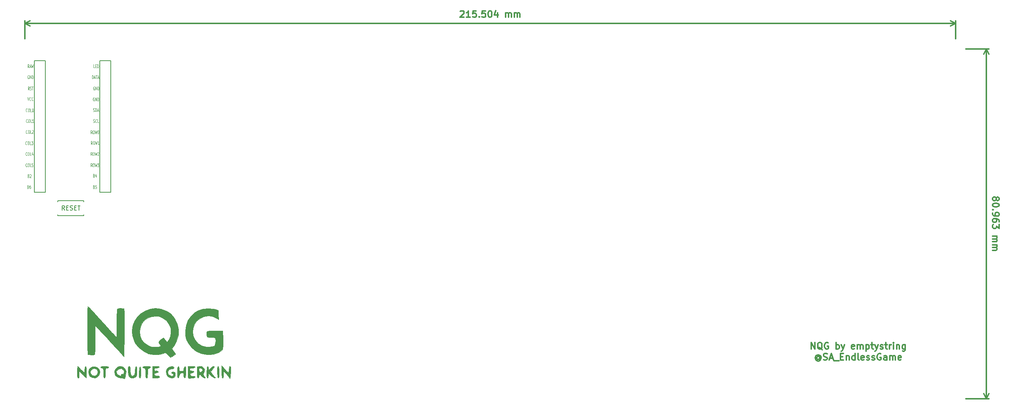
<source format=gbr>
G04 #@! TF.GenerationSoftware,KiCad,Pcbnew,(5.1.0-0)*
G04 #@! TF.CreationDate,2019-06-07T13:19:58+08:00*
G04 #@! TF.ProjectId,nqgTHD,6e716754-4844-42e6-9b69-6361645f7063,rev?*
G04 #@! TF.SameCoordinates,Original*
G04 #@! TF.FileFunction,Legend,Top*
G04 #@! TF.FilePolarity,Positive*
%FSLAX46Y46*%
G04 Gerber Fmt 4.6, Leading zero omitted, Abs format (unit mm)*
G04 Created by KiCad (PCBNEW (5.1.0-0)) date 2019-06-07 13:19:58*
%MOMM*%
%LPD*%
G04 APERTURE LIST*
%ADD10C,0.300000*%
%ADD11C,0.150000*%
%ADD12C,0.010000*%
%ADD13C,0.125000*%
G04 APERTURE END LIST*
D10*
X365420721Y-155997108D02*
X365492150Y-155854251D01*
X365563578Y-155782822D01*
X365706435Y-155711394D01*
X365777864Y-155711394D01*
X365920721Y-155782822D01*
X365992150Y-155854251D01*
X366063578Y-155997108D01*
X366063578Y-156282822D01*
X365992150Y-156425680D01*
X365920721Y-156497108D01*
X365777864Y-156568537D01*
X365706435Y-156568537D01*
X365563578Y-156497108D01*
X365492150Y-156425680D01*
X365420721Y-156282822D01*
X365420721Y-155997108D01*
X365349292Y-155854251D01*
X365277864Y-155782822D01*
X365135007Y-155711394D01*
X364849292Y-155711394D01*
X364706435Y-155782822D01*
X364635007Y-155854251D01*
X364563578Y-155997108D01*
X364563578Y-156282822D01*
X364635007Y-156425680D01*
X364706435Y-156497108D01*
X364849292Y-156568537D01*
X365135007Y-156568537D01*
X365277864Y-156497108D01*
X365349292Y-156425680D01*
X365420721Y-156282822D01*
X366063578Y-157497108D02*
X366063578Y-157639965D01*
X365992150Y-157782822D01*
X365920721Y-157854251D01*
X365777864Y-157925680D01*
X365492150Y-157997108D01*
X365135007Y-157997108D01*
X364849292Y-157925680D01*
X364706435Y-157854251D01*
X364635007Y-157782822D01*
X364563578Y-157639965D01*
X364563578Y-157497108D01*
X364635007Y-157354251D01*
X364706435Y-157282822D01*
X364849292Y-157211394D01*
X365135007Y-157139965D01*
X365492150Y-157139965D01*
X365777864Y-157211394D01*
X365920721Y-157282822D01*
X365992150Y-157354251D01*
X366063578Y-157497108D01*
X364706435Y-158639965D02*
X364635007Y-158711394D01*
X364563578Y-158639965D01*
X364635007Y-158568537D01*
X364706435Y-158639965D01*
X364563578Y-158639965D01*
X364563578Y-159425680D02*
X364563578Y-159711394D01*
X364635007Y-159854251D01*
X364706435Y-159925680D01*
X364920721Y-160068537D01*
X365206435Y-160139965D01*
X365777864Y-160139965D01*
X365920721Y-160068537D01*
X365992150Y-159997108D01*
X366063578Y-159854251D01*
X366063578Y-159568537D01*
X365992150Y-159425680D01*
X365920721Y-159354251D01*
X365777864Y-159282822D01*
X365420721Y-159282822D01*
X365277864Y-159354251D01*
X365206435Y-159425680D01*
X365135007Y-159568537D01*
X365135007Y-159854251D01*
X365206435Y-159997108D01*
X365277864Y-160068537D01*
X365420721Y-160139965D01*
X366063578Y-161425680D02*
X366063578Y-161139965D01*
X365992150Y-160997108D01*
X365920721Y-160925680D01*
X365706435Y-160782822D01*
X365420721Y-160711394D01*
X364849292Y-160711394D01*
X364706435Y-160782822D01*
X364635007Y-160854251D01*
X364563578Y-160997108D01*
X364563578Y-161282822D01*
X364635007Y-161425680D01*
X364706435Y-161497108D01*
X364849292Y-161568537D01*
X365206435Y-161568537D01*
X365349292Y-161497108D01*
X365420721Y-161425680D01*
X365492150Y-161282822D01*
X365492150Y-160997108D01*
X365420721Y-160854251D01*
X365349292Y-160782822D01*
X365206435Y-160711394D01*
X366063578Y-162068537D02*
X366063578Y-162997108D01*
X365492150Y-162497108D01*
X365492150Y-162711394D01*
X365420721Y-162854251D01*
X365349292Y-162925680D01*
X365206435Y-162997108D01*
X364849292Y-162997108D01*
X364706435Y-162925680D01*
X364635007Y-162854251D01*
X364563578Y-162711394D01*
X364563578Y-162282822D01*
X364635007Y-162139965D01*
X364706435Y-162068537D01*
X364563578Y-164782822D02*
X365563578Y-164782822D01*
X365420721Y-164782822D02*
X365492150Y-164854251D01*
X365563578Y-164997108D01*
X365563578Y-165211394D01*
X365492150Y-165354251D01*
X365349292Y-165425680D01*
X364563578Y-165425680D01*
X365349292Y-165425680D02*
X365492150Y-165497108D01*
X365563578Y-165639965D01*
X365563578Y-165854251D01*
X365492150Y-165997108D01*
X365349292Y-166068537D01*
X364563578Y-166068537D01*
X364563578Y-166782822D02*
X365563578Y-166782822D01*
X365420721Y-166782822D02*
X365492150Y-166854251D01*
X365563578Y-166997108D01*
X365563578Y-167211394D01*
X365492150Y-167354251D01*
X365349292Y-167425680D01*
X364563578Y-167425680D01*
X365349292Y-167425680D02*
X365492150Y-167497108D01*
X365563578Y-167639965D01*
X365563578Y-167854251D01*
X365492150Y-167997108D01*
X365349292Y-168068537D01*
X364563578Y-168068537D01*
X363142150Y-121444260D02*
X363142150Y-202407100D01*
X358379630Y-121444260D02*
X363728571Y-121444260D01*
X358379630Y-202407100D02*
X363728571Y-202407100D01*
X363142150Y-202407100D02*
X362555729Y-201280596D01*
X363142150Y-202407100D02*
X363728571Y-201280596D01*
X363142150Y-121444260D02*
X362555729Y-122570764D01*
X363142150Y-121444260D02*
X363728571Y-122570764D01*
X241317783Y-112712538D02*
X241389212Y-112641110D01*
X241532069Y-112569681D01*
X241889212Y-112569681D01*
X242032069Y-112641110D01*
X242103497Y-112712538D01*
X242174926Y-112855395D01*
X242174926Y-112998252D01*
X242103497Y-113212538D01*
X241246355Y-114069681D01*
X242174926Y-114069681D01*
X243603497Y-114069681D02*
X242746355Y-114069681D01*
X243174926Y-114069681D02*
X243174926Y-112569681D01*
X243032069Y-112783967D01*
X242889212Y-112926824D01*
X242746355Y-112998252D01*
X244960640Y-112569681D02*
X244246355Y-112569681D01*
X244174926Y-113283967D01*
X244246355Y-113212538D01*
X244389212Y-113141110D01*
X244746355Y-113141110D01*
X244889212Y-113212538D01*
X244960640Y-113283967D01*
X245032069Y-113426824D01*
X245032069Y-113783967D01*
X244960640Y-113926824D01*
X244889212Y-113998252D01*
X244746355Y-114069681D01*
X244389212Y-114069681D01*
X244246355Y-113998252D01*
X244174926Y-113926824D01*
X245674926Y-113926824D02*
X245746355Y-113998252D01*
X245674926Y-114069681D01*
X245603497Y-113998252D01*
X245674926Y-113926824D01*
X245674926Y-114069681D01*
X247103497Y-112569681D02*
X246389212Y-112569681D01*
X246317783Y-113283967D01*
X246389212Y-113212538D01*
X246532069Y-113141110D01*
X246889212Y-113141110D01*
X247032069Y-113212538D01*
X247103497Y-113283967D01*
X247174926Y-113426824D01*
X247174926Y-113783967D01*
X247103497Y-113926824D01*
X247032069Y-113998252D01*
X246889212Y-114069681D01*
X246532069Y-114069681D01*
X246389212Y-113998252D01*
X246317783Y-113926824D01*
X248103497Y-112569681D02*
X248246355Y-112569681D01*
X248389212Y-112641110D01*
X248460640Y-112712538D01*
X248532069Y-112855395D01*
X248603497Y-113141110D01*
X248603497Y-113498252D01*
X248532069Y-113783967D01*
X248460640Y-113926824D01*
X248389212Y-113998252D01*
X248246355Y-114069681D01*
X248103497Y-114069681D01*
X247960640Y-113998252D01*
X247889212Y-113926824D01*
X247817783Y-113783967D01*
X247746355Y-113498252D01*
X247746355Y-113141110D01*
X247817783Y-112855395D01*
X247889212Y-112712538D01*
X247960640Y-112641110D01*
X248103497Y-112569681D01*
X249889212Y-113069681D02*
X249889212Y-114069681D01*
X249532069Y-112498252D02*
X249174926Y-113569681D01*
X250103497Y-113569681D01*
X251817783Y-114069681D02*
X251817783Y-113069681D01*
X251817783Y-113212538D02*
X251889212Y-113141110D01*
X252032069Y-113069681D01*
X252246355Y-113069681D01*
X252389212Y-113141110D01*
X252460640Y-113283967D01*
X252460640Y-114069681D01*
X252460640Y-113283967D02*
X252532069Y-113141110D01*
X252674926Y-113069681D01*
X252889212Y-113069681D01*
X253032069Y-113141110D01*
X253103497Y-113283967D01*
X253103497Y-114069681D01*
X253817783Y-114069681D02*
X253817783Y-113069681D01*
X253817783Y-113212538D02*
X253889212Y-113141110D01*
X254032069Y-113069681D01*
X254246355Y-113069681D01*
X254389212Y-113141110D01*
X254460640Y-113283967D01*
X254460640Y-114069681D01*
X254460640Y-113283967D02*
X254532069Y-113141110D01*
X254674926Y-113069681D01*
X254889212Y-113069681D01*
X255032069Y-113141110D01*
X255103497Y-113283967D01*
X255103497Y-114069681D01*
X355998370Y-115491110D02*
X140494340Y-115491110D01*
X355998370Y-119063000D02*
X355998370Y-114904689D01*
X140494340Y-119063000D02*
X140494340Y-114904689D01*
X140494340Y-115491110D02*
X141620844Y-114904689D01*
X140494340Y-115491110D02*
X141620844Y-116077531D01*
X355998370Y-115491110D02*
X354871866Y-114904689D01*
X355998370Y-115491110D02*
X354871866Y-116077531D01*
X322557142Y-190928571D02*
X322557142Y-189428571D01*
X323414285Y-190928571D01*
X323414285Y-189428571D01*
X325128571Y-191071428D02*
X324985714Y-191000000D01*
X324842857Y-190857142D01*
X324628571Y-190642857D01*
X324485714Y-190571428D01*
X324342857Y-190571428D01*
X324414285Y-190928571D02*
X324271428Y-190857142D01*
X324128571Y-190714285D01*
X324057142Y-190428571D01*
X324057142Y-189928571D01*
X324128571Y-189642857D01*
X324271428Y-189500000D01*
X324414285Y-189428571D01*
X324700000Y-189428571D01*
X324842857Y-189500000D01*
X324985714Y-189642857D01*
X325057142Y-189928571D01*
X325057142Y-190428571D01*
X324985714Y-190714285D01*
X324842857Y-190857142D01*
X324700000Y-190928571D01*
X324414285Y-190928571D01*
X326485714Y-189500000D02*
X326342857Y-189428571D01*
X326128571Y-189428571D01*
X325914285Y-189500000D01*
X325771428Y-189642857D01*
X325700000Y-189785714D01*
X325628571Y-190071428D01*
X325628571Y-190285714D01*
X325700000Y-190571428D01*
X325771428Y-190714285D01*
X325914285Y-190857142D01*
X326128571Y-190928571D01*
X326271428Y-190928571D01*
X326485714Y-190857142D01*
X326557142Y-190785714D01*
X326557142Y-190285714D01*
X326271428Y-190285714D01*
X328342857Y-190928571D02*
X328342857Y-189428571D01*
X328342857Y-190000000D02*
X328485714Y-189928571D01*
X328771428Y-189928571D01*
X328914285Y-190000000D01*
X328985714Y-190071428D01*
X329057142Y-190214285D01*
X329057142Y-190642857D01*
X328985714Y-190785714D01*
X328914285Y-190857142D01*
X328771428Y-190928571D01*
X328485714Y-190928571D01*
X328342857Y-190857142D01*
X329557142Y-189928571D02*
X329914285Y-190928571D01*
X330271428Y-189928571D02*
X329914285Y-190928571D01*
X329771428Y-191285714D01*
X329700000Y-191357142D01*
X329557142Y-191428571D01*
X332557142Y-190857142D02*
X332414285Y-190928571D01*
X332128571Y-190928571D01*
X331985714Y-190857142D01*
X331914285Y-190714285D01*
X331914285Y-190142857D01*
X331985714Y-190000000D01*
X332128571Y-189928571D01*
X332414285Y-189928571D01*
X332557142Y-190000000D01*
X332628571Y-190142857D01*
X332628571Y-190285714D01*
X331914285Y-190428571D01*
X333271428Y-190928571D02*
X333271428Y-189928571D01*
X333271428Y-190071428D02*
X333342857Y-190000000D01*
X333485714Y-189928571D01*
X333700000Y-189928571D01*
X333842857Y-190000000D01*
X333914285Y-190142857D01*
X333914285Y-190928571D01*
X333914285Y-190142857D02*
X333985714Y-190000000D01*
X334128571Y-189928571D01*
X334342857Y-189928571D01*
X334485714Y-190000000D01*
X334557142Y-190142857D01*
X334557142Y-190928571D01*
X335271428Y-189928571D02*
X335271428Y-191428571D01*
X335271428Y-190000000D02*
X335414285Y-189928571D01*
X335700000Y-189928571D01*
X335842857Y-190000000D01*
X335914285Y-190071428D01*
X335985714Y-190214285D01*
X335985714Y-190642857D01*
X335914285Y-190785714D01*
X335842857Y-190857142D01*
X335700000Y-190928571D01*
X335414285Y-190928571D01*
X335271428Y-190857142D01*
X336414285Y-189928571D02*
X336985714Y-189928571D01*
X336628571Y-189428571D02*
X336628571Y-190714285D01*
X336700000Y-190857142D01*
X336842857Y-190928571D01*
X336985714Y-190928571D01*
X337342857Y-189928571D02*
X337700000Y-190928571D01*
X338057142Y-189928571D02*
X337700000Y-190928571D01*
X337557142Y-191285714D01*
X337485714Y-191357142D01*
X337342857Y-191428571D01*
X338557142Y-190857142D02*
X338700000Y-190928571D01*
X338985714Y-190928571D01*
X339128571Y-190857142D01*
X339200000Y-190714285D01*
X339200000Y-190642857D01*
X339128571Y-190500000D01*
X338985714Y-190428571D01*
X338771428Y-190428571D01*
X338628571Y-190357142D01*
X338557142Y-190214285D01*
X338557142Y-190142857D01*
X338628571Y-190000000D01*
X338771428Y-189928571D01*
X338985714Y-189928571D01*
X339128571Y-190000000D01*
X339628571Y-189928571D02*
X340200000Y-189928571D01*
X339842857Y-189428571D02*
X339842857Y-190714285D01*
X339914285Y-190857142D01*
X340057142Y-190928571D01*
X340200000Y-190928571D01*
X340700000Y-190928571D02*
X340700000Y-189928571D01*
X340700000Y-190214285D02*
X340771428Y-190071428D01*
X340842857Y-190000000D01*
X340985714Y-189928571D01*
X341128571Y-189928571D01*
X341628571Y-190928571D02*
X341628571Y-189928571D01*
X341628571Y-189428571D02*
X341557142Y-189500000D01*
X341628571Y-189571428D01*
X341700000Y-189500000D01*
X341628571Y-189428571D01*
X341628571Y-189571428D01*
X342342857Y-189928571D02*
X342342857Y-190928571D01*
X342342857Y-190071428D02*
X342414285Y-190000000D01*
X342557142Y-189928571D01*
X342771428Y-189928571D01*
X342914285Y-190000000D01*
X342985714Y-190142857D01*
X342985714Y-190928571D01*
X344342857Y-189928571D02*
X344342857Y-191142857D01*
X344271428Y-191285714D01*
X344200000Y-191357142D01*
X344057142Y-191428571D01*
X343842857Y-191428571D01*
X343700000Y-191357142D01*
X344342857Y-190857142D02*
X344200000Y-190928571D01*
X343914285Y-190928571D01*
X343771428Y-190857142D01*
X343700000Y-190785714D01*
X343628571Y-190642857D01*
X343628571Y-190214285D01*
X343700000Y-190071428D01*
X343771428Y-190000000D01*
X343914285Y-189928571D01*
X344200000Y-189928571D01*
X344342857Y-190000000D01*
X324485714Y-192764285D02*
X324414285Y-192692857D01*
X324271428Y-192621428D01*
X324128571Y-192621428D01*
X323985714Y-192692857D01*
X323914285Y-192764285D01*
X323842857Y-192907142D01*
X323842857Y-193050000D01*
X323914285Y-193192857D01*
X323985714Y-193264285D01*
X324128571Y-193335714D01*
X324271428Y-193335714D01*
X324414285Y-193264285D01*
X324485714Y-193192857D01*
X324485714Y-192621428D02*
X324485714Y-193192857D01*
X324557142Y-193264285D01*
X324628571Y-193264285D01*
X324771428Y-193192857D01*
X324842857Y-193050000D01*
X324842857Y-192692857D01*
X324700000Y-192478571D01*
X324485714Y-192335714D01*
X324200000Y-192264285D01*
X323914285Y-192335714D01*
X323700000Y-192478571D01*
X323557142Y-192692857D01*
X323485714Y-192978571D01*
X323557142Y-193264285D01*
X323700000Y-193478571D01*
X323914285Y-193621428D01*
X324200000Y-193692857D01*
X324485714Y-193621428D01*
X324700000Y-193478571D01*
X325414285Y-193407142D02*
X325628571Y-193478571D01*
X325985714Y-193478571D01*
X326128571Y-193407142D01*
X326200000Y-193335714D01*
X326271428Y-193192857D01*
X326271428Y-193050000D01*
X326200000Y-192907142D01*
X326128571Y-192835714D01*
X325985714Y-192764285D01*
X325700000Y-192692857D01*
X325557142Y-192621428D01*
X325485714Y-192550000D01*
X325414285Y-192407142D01*
X325414285Y-192264285D01*
X325485714Y-192121428D01*
X325557142Y-192050000D01*
X325700000Y-191978571D01*
X326057142Y-191978571D01*
X326271428Y-192050000D01*
X326842857Y-193050000D02*
X327557142Y-193050000D01*
X326700000Y-193478571D02*
X327200000Y-191978571D01*
X327700000Y-193478571D01*
X327842857Y-193621428D02*
X328985714Y-193621428D01*
X329342857Y-192692857D02*
X329842857Y-192692857D01*
X330057142Y-193478571D02*
X329342857Y-193478571D01*
X329342857Y-191978571D01*
X330057142Y-191978571D01*
X330700000Y-192478571D02*
X330700000Y-193478571D01*
X330700000Y-192621428D02*
X330771428Y-192550000D01*
X330914285Y-192478571D01*
X331128571Y-192478571D01*
X331271428Y-192550000D01*
X331342857Y-192692857D01*
X331342857Y-193478571D01*
X332700000Y-193478571D02*
X332700000Y-191978571D01*
X332700000Y-193407142D02*
X332557142Y-193478571D01*
X332271428Y-193478571D01*
X332128571Y-193407142D01*
X332057142Y-193335714D01*
X331985714Y-193192857D01*
X331985714Y-192764285D01*
X332057142Y-192621428D01*
X332128571Y-192550000D01*
X332271428Y-192478571D01*
X332557142Y-192478571D01*
X332700000Y-192550000D01*
X333628571Y-193478571D02*
X333485714Y-193407142D01*
X333414285Y-193264285D01*
X333414285Y-191978571D01*
X334771428Y-193407142D02*
X334628571Y-193478571D01*
X334342857Y-193478571D01*
X334200000Y-193407142D01*
X334128571Y-193264285D01*
X334128571Y-192692857D01*
X334200000Y-192550000D01*
X334342857Y-192478571D01*
X334628571Y-192478571D01*
X334771428Y-192550000D01*
X334842857Y-192692857D01*
X334842857Y-192835714D01*
X334128571Y-192978571D01*
X335414285Y-193407142D02*
X335557142Y-193478571D01*
X335842857Y-193478571D01*
X335985714Y-193407142D01*
X336057142Y-193264285D01*
X336057142Y-193192857D01*
X335985714Y-193050000D01*
X335842857Y-192978571D01*
X335628571Y-192978571D01*
X335485714Y-192907142D01*
X335414285Y-192764285D01*
X335414285Y-192692857D01*
X335485714Y-192550000D01*
X335628571Y-192478571D01*
X335842857Y-192478571D01*
X335985714Y-192550000D01*
X336628571Y-193407142D02*
X336771428Y-193478571D01*
X337057142Y-193478571D01*
X337200000Y-193407142D01*
X337271428Y-193264285D01*
X337271428Y-193192857D01*
X337200000Y-193050000D01*
X337057142Y-192978571D01*
X336842857Y-192978571D01*
X336700000Y-192907142D01*
X336628571Y-192764285D01*
X336628571Y-192692857D01*
X336700000Y-192550000D01*
X336842857Y-192478571D01*
X337057142Y-192478571D01*
X337200000Y-192550000D01*
X338700000Y-192050000D02*
X338557142Y-191978571D01*
X338342857Y-191978571D01*
X338128571Y-192050000D01*
X337985714Y-192192857D01*
X337914285Y-192335714D01*
X337842857Y-192621428D01*
X337842857Y-192835714D01*
X337914285Y-193121428D01*
X337985714Y-193264285D01*
X338128571Y-193407142D01*
X338342857Y-193478571D01*
X338485714Y-193478571D01*
X338700000Y-193407142D01*
X338771428Y-193335714D01*
X338771428Y-192835714D01*
X338485714Y-192835714D01*
X340057142Y-193478571D02*
X340057142Y-192692857D01*
X339985714Y-192550000D01*
X339842857Y-192478571D01*
X339557142Y-192478571D01*
X339414285Y-192550000D01*
X340057142Y-193407142D02*
X339914285Y-193478571D01*
X339557142Y-193478571D01*
X339414285Y-193407142D01*
X339342857Y-193264285D01*
X339342857Y-193121428D01*
X339414285Y-192978571D01*
X339557142Y-192907142D01*
X339914285Y-192907142D01*
X340057142Y-192835714D01*
X340771428Y-193478571D02*
X340771428Y-192478571D01*
X340771428Y-192621428D02*
X340842857Y-192550000D01*
X340985714Y-192478571D01*
X341200000Y-192478571D01*
X341342857Y-192550000D01*
X341414285Y-192692857D01*
X341414285Y-193478571D01*
X341414285Y-192692857D02*
X341485714Y-192550000D01*
X341628571Y-192478571D01*
X341842857Y-192478571D01*
X341985714Y-192550000D01*
X342057142Y-192692857D01*
X342057142Y-193478571D01*
X343342857Y-193407142D02*
X343200000Y-193478571D01*
X342914285Y-193478571D01*
X342771428Y-193407142D01*
X342700000Y-193264285D01*
X342700000Y-192692857D01*
X342771428Y-192550000D01*
X342914285Y-192478571D01*
X343200000Y-192478571D01*
X343342857Y-192550000D01*
X343414285Y-192692857D01*
X343414285Y-192835714D01*
X342700000Y-192978571D01*
D11*
X148100000Y-160025000D02*
X154100000Y-160025000D01*
X154100000Y-160025000D02*
X154100000Y-159775000D01*
X148100000Y-160025000D02*
X148100000Y-159775000D01*
X148100000Y-156525000D02*
X148100000Y-156775000D01*
X148100000Y-156525000D02*
X154100000Y-156525000D01*
X154100000Y-156525000D02*
X154100000Y-156775000D01*
X157836400Y-154632000D02*
X157836400Y-124152000D01*
X160376400Y-154632000D02*
X157836400Y-154632000D01*
X160376400Y-124152000D02*
X160376400Y-154632000D01*
X157836400Y-124152000D02*
X160376400Y-124152000D01*
X142616400Y-154632000D02*
X142616400Y-124152000D01*
X145156400Y-154632000D02*
X142616400Y-154632000D01*
X145156400Y-124152000D02*
X145156400Y-154632000D01*
X142616400Y-124152000D02*
X145156400Y-124152000D01*
D12*
G36*
X184100020Y-181599952D02*
G01*
X184568756Y-181723121D01*
X185246090Y-181944954D01*
X185282469Y-182993671D01*
X185318848Y-184042389D01*
X184750686Y-183707165D01*
X183811479Y-183328212D01*
X182843009Y-183240933D01*
X181897528Y-183413982D01*
X181027287Y-183816017D01*
X180284538Y-184415693D01*
X179721530Y-185181667D01*
X179390517Y-186082595D01*
X179332298Y-186957472D01*
X179389562Y-187610928D01*
X179472813Y-188048973D01*
X179614715Y-188394796D01*
X179790212Y-188684478D01*
X180542497Y-189560899D01*
X181450659Y-190137687D01*
X182505926Y-190410292D01*
X183152601Y-190428624D01*
X183728552Y-190371340D01*
X184185420Y-190269285D01*
X184366034Y-190184547D01*
X184503146Y-189923831D01*
X184585738Y-189489665D01*
X184610609Y-188997428D01*
X184574555Y-188562501D01*
X184474374Y-188300264D01*
X184419178Y-188269939D01*
X184130995Y-188243703D01*
X183682738Y-188212307D01*
X183637423Y-188209503D01*
X183156417Y-188177860D01*
X182796248Y-188150376D01*
X182781779Y-188149067D01*
X182599328Y-188021315D01*
X182529695Y-187644016D01*
X182527779Y-187455261D01*
X182545999Y-187118907D01*
X182626322Y-186890217D01*
X182823203Y-186749667D01*
X183191093Y-186677736D01*
X183784446Y-186654901D01*
X184657713Y-186661639D01*
X184738090Y-186662823D01*
X186262090Y-186685503D01*
X186311232Y-188632837D01*
X186323464Y-189444225D01*
X186319110Y-190157722D01*
X186299610Y-190689235D01*
X186271804Y-190936741D01*
X186030620Y-191254586D01*
X185458196Y-191610403D01*
X185151402Y-191756371D01*
X184617824Y-191978013D01*
X184214645Y-192112273D01*
X184030419Y-192130277D01*
X183819194Y-192106468D01*
X183577678Y-192161228D01*
X183154617Y-192231557D01*
X182636218Y-192235182D01*
X182621423Y-192234047D01*
X181294999Y-191971313D01*
X180098131Y-191422893D01*
X179078590Y-190619286D01*
X178284150Y-189590992D01*
X178174283Y-189394837D01*
X177906606Y-188839031D01*
X177742505Y-188325090D01*
X177658920Y-187737659D01*
X177632793Y-186961387D01*
X177632666Y-186685503D01*
X177795427Y-185392123D01*
X178253293Y-184209458D01*
X178976159Y-183185669D01*
X179933924Y-182368914D01*
X180543717Y-182028303D01*
X181689586Y-181643809D01*
X182915562Y-181497952D01*
X184100020Y-181599952D01*
X184100020Y-181599952D01*
G37*
X184100020Y-181599952D02*
X184568756Y-181723121D01*
X185246090Y-181944954D01*
X185282469Y-182993671D01*
X185318848Y-184042389D01*
X184750686Y-183707165D01*
X183811479Y-183328212D01*
X182843009Y-183240933D01*
X181897528Y-183413982D01*
X181027287Y-183816017D01*
X180284538Y-184415693D01*
X179721530Y-185181667D01*
X179390517Y-186082595D01*
X179332298Y-186957472D01*
X179389562Y-187610928D01*
X179472813Y-188048973D01*
X179614715Y-188394796D01*
X179790212Y-188684478D01*
X180542497Y-189560899D01*
X181450659Y-190137687D01*
X182505926Y-190410292D01*
X183152601Y-190428624D01*
X183728552Y-190371340D01*
X184185420Y-190269285D01*
X184366034Y-190184547D01*
X184503146Y-189923831D01*
X184585738Y-189489665D01*
X184610609Y-188997428D01*
X184574555Y-188562501D01*
X184474374Y-188300264D01*
X184419178Y-188269939D01*
X184130995Y-188243703D01*
X183682738Y-188212307D01*
X183637423Y-188209503D01*
X183156417Y-188177860D01*
X182796248Y-188150376D01*
X182781779Y-188149067D01*
X182599328Y-188021315D01*
X182529695Y-187644016D01*
X182527779Y-187455261D01*
X182545999Y-187118907D01*
X182626322Y-186890217D01*
X182823203Y-186749667D01*
X183191093Y-186677736D01*
X183784446Y-186654901D01*
X184657713Y-186661639D01*
X184738090Y-186662823D01*
X186262090Y-186685503D01*
X186311232Y-188632837D01*
X186323464Y-189444225D01*
X186319110Y-190157722D01*
X186299610Y-190689235D01*
X186271804Y-190936741D01*
X186030620Y-191254586D01*
X185458196Y-191610403D01*
X185151402Y-191756371D01*
X184617824Y-191978013D01*
X184214645Y-192112273D01*
X184030419Y-192130277D01*
X183819194Y-192106468D01*
X183577678Y-192161228D01*
X183154617Y-192231557D01*
X182636218Y-192235182D01*
X182621423Y-192234047D01*
X181294999Y-191971313D01*
X180098131Y-191422893D01*
X179078590Y-190619286D01*
X178284150Y-189590992D01*
X178174283Y-189394837D01*
X177906606Y-188839031D01*
X177742505Y-188325090D01*
X177658920Y-187737659D01*
X177632793Y-186961387D01*
X177632666Y-186685503D01*
X177795427Y-185392123D01*
X178253293Y-184209458D01*
X178976159Y-183185669D01*
X179933924Y-182368914D01*
X180543717Y-182028303D01*
X181689586Y-181643809D01*
X182915562Y-181497952D01*
X184100020Y-181599952D01*
G36*
X155023459Y-181021141D02*
G01*
X155081572Y-181066818D01*
X155198330Y-181181077D01*
X155403240Y-181395112D01*
X155725810Y-181740116D01*
X156195545Y-182247285D01*
X156841954Y-182947813D01*
X157494747Y-183656081D01*
X158576042Y-184830487D01*
X159447236Y-185779106D01*
X160128716Y-186524285D01*
X160640868Y-187088372D01*
X161004078Y-187493715D01*
X161206147Y-187724569D01*
X161473374Y-188004501D01*
X161640934Y-188124751D01*
X161642932Y-188124837D01*
X161671482Y-187964359D01*
X161694619Y-187518302D01*
X161711041Y-186839727D01*
X161719445Y-185981695D01*
X161718742Y-185034503D01*
X161719500Y-184031255D01*
X161731952Y-183134870D01*
X161754334Y-182404512D01*
X161784884Y-181899349D01*
X161818582Y-181684583D01*
X162036562Y-181506452D01*
X162504764Y-181459131D01*
X162646433Y-181464747D01*
X163101353Y-181503852D01*
X163387178Y-181554095D01*
X163424489Y-181571458D01*
X163439298Y-181750727D01*
X163450289Y-182228323D01*
X163457298Y-182963924D01*
X163460167Y-183917210D01*
X163458735Y-185047860D01*
X163452840Y-186315553D01*
X163446770Y-187165608D01*
X163402090Y-192692796D01*
X162190322Y-191382483D01*
X161539739Y-190677323D01*
X160838495Y-189914595D01*
X160203200Y-189221215D01*
X159988989Y-188986577D01*
X159391736Y-188337150D01*
X158689833Y-187582482D01*
X158012966Y-186861841D01*
X157860258Y-186700577D01*
X156721093Y-185500170D01*
X156697725Y-188632837D01*
X156689105Y-189642213D01*
X156679344Y-190544110D01*
X156669241Y-191280044D01*
X156659594Y-191791529D01*
X156651557Y-192016515D01*
X156534576Y-192179319D01*
X156182172Y-192242824D01*
X155866756Y-192241882D01*
X155390161Y-192223636D01*
X155075328Y-192207473D01*
X155020090Y-192202546D01*
X155001105Y-192038229D01*
X154984304Y-191583827D01*
X154969797Y-190887442D01*
X154957694Y-189997178D01*
X154948104Y-188961137D01*
X154941138Y-187827420D01*
X154936906Y-186644131D01*
X154935518Y-185459373D01*
X154937084Y-184321247D01*
X154941715Y-183277856D01*
X154949519Y-182377303D01*
X154960608Y-181667690D01*
X154975091Y-181197119D01*
X154993078Y-181013694D01*
X154994485Y-181012851D01*
X155023459Y-181021141D01*
X155023459Y-181021141D01*
G37*
X155023459Y-181021141D02*
X155081572Y-181066818D01*
X155198330Y-181181077D01*
X155403240Y-181395112D01*
X155725810Y-181740116D01*
X156195545Y-182247285D01*
X156841954Y-182947813D01*
X157494747Y-183656081D01*
X158576042Y-184830487D01*
X159447236Y-185779106D01*
X160128716Y-186524285D01*
X160640868Y-187088372D01*
X161004078Y-187493715D01*
X161206147Y-187724569D01*
X161473374Y-188004501D01*
X161640934Y-188124751D01*
X161642932Y-188124837D01*
X161671482Y-187964359D01*
X161694619Y-187518302D01*
X161711041Y-186839727D01*
X161719445Y-185981695D01*
X161718742Y-185034503D01*
X161719500Y-184031255D01*
X161731952Y-183134870D01*
X161754334Y-182404512D01*
X161784884Y-181899349D01*
X161818582Y-181684583D01*
X162036562Y-181506452D01*
X162504764Y-181459131D01*
X162646433Y-181464747D01*
X163101353Y-181503852D01*
X163387178Y-181554095D01*
X163424489Y-181571458D01*
X163439298Y-181750727D01*
X163450289Y-182228323D01*
X163457298Y-182963924D01*
X163460167Y-183917210D01*
X163458735Y-185047860D01*
X163452840Y-186315553D01*
X163446770Y-187165608D01*
X163402090Y-192692796D01*
X162190322Y-191382483D01*
X161539739Y-190677323D01*
X160838495Y-189914595D01*
X160203200Y-189221215D01*
X159988989Y-188986577D01*
X159391736Y-188337150D01*
X158689833Y-187582482D01*
X158012966Y-186861841D01*
X157860258Y-186700577D01*
X156721093Y-185500170D01*
X156697725Y-188632837D01*
X156689105Y-189642213D01*
X156679344Y-190544110D01*
X156669241Y-191280044D01*
X156659594Y-191791529D01*
X156651557Y-192016515D01*
X156534576Y-192179319D01*
X156182172Y-192242824D01*
X155866756Y-192241882D01*
X155390161Y-192223636D01*
X155075328Y-192207473D01*
X155020090Y-192202546D01*
X155001105Y-192038229D01*
X154984304Y-191583827D01*
X154969797Y-190887442D01*
X154957694Y-189997178D01*
X154948104Y-188961137D01*
X154941138Y-187827420D01*
X154936906Y-186644131D01*
X154935518Y-185459373D01*
X154937084Y-184321247D01*
X154941715Y-183277856D01*
X154949519Y-182377303D01*
X154960608Y-181667690D01*
X154975091Y-181197119D01*
X154993078Y-181013694D01*
X154994485Y-181012851D01*
X155023459Y-181021141D01*
G36*
X172001085Y-181653124D02*
G01*
X172122756Y-181684966D01*
X173279947Y-182116299D01*
X174205941Y-182739100D01*
X174980929Y-183611673D01*
X175182260Y-183909430D01*
X175778987Y-185128689D01*
X176044933Y-186396580D01*
X175980794Y-187692334D01*
X175587269Y-188995184D01*
X174973409Y-190124483D01*
X174491411Y-190854129D01*
X174939364Y-191441425D01*
X175196579Y-191806277D01*
X175321892Y-192040236D01*
X175321370Y-192077270D01*
X175155276Y-192202191D01*
X174832126Y-192446596D01*
X174766920Y-192495995D01*
X174413086Y-192741024D01*
X174177071Y-192863102D01*
X174157471Y-192866170D01*
X173987446Y-192746871D01*
X173691928Y-192443727D01*
X173516976Y-192241148D01*
X173165897Y-191865198D01*
X172926495Y-191742195D01*
X172771759Y-191801968D01*
X172433886Y-191953745D01*
X171871069Y-192087786D01*
X171197028Y-192185362D01*
X170525483Y-192227744D01*
X170220807Y-192222085D01*
X169045944Y-191993487D01*
X167929325Y-191471634D01*
X166934745Y-190701893D01*
X166125998Y-189729631D01*
X165742296Y-189037213D01*
X165347391Y-187812248D01*
X165275575Y-186815304D01*
X167020757Y-186815304D01*
X167120153Y-187769102D01*
X167499754Y-188693528D01*
X167868697Y-189208793D01*
X168174905Y-189491985D01*
X168633907Y-189838428D01*
X168862526Y-189991745D01*
X169343424Y-190259897D01*
X169804496Y-190395139D01*
X170396430Y-190434181D01*
X170668860Y-190431788D01*
X171250365Y-190402596D01*
X171691060Y-190347192D01*
X171881941Y-190284875D01*
X171879512Y-190081914D01*
X171726607Y-189848208D01*
X171482790Y-189457635D01*
X171538110Y-189107162D01*
X171905865Y-188739294D01*
X171998682Y-188672105D01*
X172546090Y-188288039D01*
X172969423Y-188799953D01*
X173392756Y-189311866D01*
X173788934Y-188728056D01*
X174131648Y-187953138D01*
X174268119Y-187160875D01*
X174200266Y-186099459D01*
X173840274Y-185138139D01*
X173230813Y-184326026D01*
X172414551Y-183712230D01*
X171434157Y-183345863D01*
X170887906Y-183270310D01*
X169838869Y-183352362D01*
X168917807Y-183704465D01*
X168150094Y-184276714D01*
X167561100Y-185019206D01*
X167176197Y-185882037D01*
X167020757Y-186815304D01*
X165275575Y-186815304D01*
X165260222Y-186602189D01*
X165450455Y-185441993D01*
X165887752Y-184366617D01*
X166541778Y-183411017D01*
X167382197Y-182610149D01*
X168378673Y-181998970D01*
X169500871Y-181612435D01*
X170718453Y-181485501D01*
X172001085Y-181653124D01*
X172001085Y-181653124D01*
G37*
X172001085Y-181653124D02*
X172122756Y-181684966D01*
X173279947Y-182116299D01*
X174205941Y-182739100D01*
X174980929Y-183611673D01*
X175182260Y-183909430D01*
X175778987Y-185128689D01*
X176044933Y-186396580D01*
X175980794Y-187692334D01*
X175587269Y-188995184D01*
X174973409Y-190124483D01*
X174491411Y-190854129D01*
X174939364Y-191441425D01*
X175196579Y-191806277D01*
X175321892Y-192040236D01*
X175321370Y-192077270D01*
X175155276Y-192202191D01*
X174832126Y-192446596D01*
X174766920Y-192495995D01*
X174413086Y-192741024D01*
X174177071Y-192863102D01*
X174157471Y-192866170D01*
X173987446Y-192746871D01*
X173691928Y-192443727D01*
X173516976Y-192241148D01*
X173165897Y-191865198D01*
X172926495Y-191742195D01*
X172771759Y-191801968D01*
X172433886Y-191953745D01*
X171871069Y-192087786D01*
X171197028Y-192185362D01*
X170525483Y-192227744D01*
X170220807Y-192222085D01*
X169045944Y-191993487D01*
X167929325Y-191471634D01*
X166934745Y-190701893D01*
X166125998Y-189729631D01*
X165742296Y-189037213D01*
X165347391Y-187812248D01*
X165275575Y-186815304D01*
X167020757Y-186815304D01*
X167120153Y-187769102D01*
X167499754Y-188693528D01*
X167868697Y-189208793D01*
X168174905Y-189491985D01*
X168633907Y-189838428D01*
X168862526Y-189991745D01*
X169343424Y-190259897D01*
X169804496Y-190395139D01*
X170396430Y-190434181D01*
X170668860Y-190431788D01*
X171250365Y-190402596D01*
X171691060Y-190347192D01*
X171881941Y-190284875D01*
X171879512Y-190081914D01*
X171726607Y-189848208D01*
X171482790Y-189457635D01*
X171538110Y-189107162D01*
X171905865Y-188739294D01*
X171998682Y-188672105D01*
X172546090Y-188288039D01*
X172969423Y-188799953D01*
X173392756Y-189311866D01*
X173788934Y-188728056D01*
X174131648Y-187953138D01*
X174268119Y-187160875D01*
X174200266Y-186099459D01*
X173840274Y-185138139D01*
X173230813Y-184326026D01*
X172414551Y-183712230D01*
X171434157Y-183345863D01*
X170887906Y-183270310D01*
X169838869Y-183352362D01*
X168917807Y-183704465D01*
X168150094Y-184276714D01*
X167561100Y-185019206D01*
X167176197Y-185882037D01*
X167020757Y-186815304D01*
X165275575Y-186815304D01*
X165260222Y-186602189D01*
X165450455Y-185441993D01*
X165887752Y-184366617D01*
X166541778Y-183411017D01*
X167382197Y-182610149D01*
X168378673Y-181998970D01*
X169500871Y-181612435D01*
X170718453Y-181485501D01*
X172001085Y-181653124D01*
G36*
X185320556Y-195130816D02*
G01*
X185396477Y-195545600D01*
X185435022Y-196088858D01*
X185435379Y-196663178D01*
X185396737Y-197171147D01*
X185318284Y-197515353D01*
X185230285Y-197607503D01*
X185114219Y-197489120D01*
X185043276Y-197110864D01*
X185011864Y-196438073D01*
X185009657Y-196240164D01*
X185019907Y-195523466D01*
X185066215Y-195104117D01*
X185154695Y-194942129D01*
X185208072Y-194941918D01*
X185320556Y-195130816D01*
X185320556Y-195130816D01*
G37*
X185320556Y-195130816D02*
X185396477Y-195545600D01*
X185435022Y-196088858D01*
X185435379Y-196663178D01*
X185396737Y-197171147D01*
X185318284Y-197515353D01*
X185230285Y-197607503D01*
X185114219Y-197489120D01*
X185043276Y-197110864D01*
X185011864Y-196438073D01*
X185009657Y-196240164D01*
X185019907Y-195523466D01*
X185066215Y-195104117D01*
X185154695Y-194942129D01*
X185208072Y-194941918D01*
X185320556Y-195130816D01*
G36*
X184266403Y-194933029D02*
G01*
X184275036Y-195076158D01*
X184084605Y-195385388D01*
X183886079Y-195652125D01*
X183457401Y-196214150D01*
X183925687Y-196783827D01*
X184254013Y-197164754D01*
X184511825Y-197432106D01*
X184566031Y-197477910D01*
X184565573Y-197573458D01*
X184365672Y-197604910D01*
X184024590Y-197488111D01*
X183615478Y-197192166D01*
X183477456Y-197057170D01*
X182961657Y-196506837D01*
X182960873Y-197057170D01*
X182903523Y-197440132D01*
X182768794Y-197619378D01*
X182610683Y-197534758D01*
X182580828Y-197480503D01*
X182524549Y-197183024D01*
X182511374Y-196696307D01*
X182534209Y-196124569D01*
X182585959Y-195572028D01*
X182659529Y-195142903D01*
X182747824Y-194941411D01*
X182753873Y-194938686D01*
X182913594Y-195024452D01*
X182960090Y-195307392D01*
X182997067Y-195654378D01*
X183128792Y-195704798D01*
X183386454Y-195459470D01*
X183498343Y-195321503D01*
X183802844Y-195023762D01*
X184070895Y-194898186D01*
X184073046Y-194898170D01*
X184266403Y-194933029D01*
X184266403Y-194933029D01*
G37*
X184266403Y-194933029D02*
X184275036Y-195076158D01*
X184084605Y-195385388D01*
X183886079Y-195652125D01*
X183457401Y-196214150D01*
X183925687Y-196783827D01*
X184254013Y-197164754D01*
X184511825Y-197432106D01*
X184566031Y-197477910D01*
X184565573Y-197573458D01*
X184365672Y-197604910D01*
X184024590Y-197488111D01*
X183615478Y-197192166D01*
X183477456Y-197057170D01*
X182961657Y-196506837D01*
X182960873Y-197057170D01*
X182903523Y-197440132D01*
X182768794Y-197619378D01*
X182610683Y-197534758D01*
X182580828Y-197480503D01*
X182524549Y-197183024D01*
X182511374Y-196696307D01*
X182534209Y-196124569D01*
X182585959Y-195572028D01*
X182659529Y-195142903D01*
X182747824Y-194941411D01*
X182753873Y-194938686D01*
X182913594Y-195024452D01*
X182960090Y-195307392D01*
X182997067Y-195654378D01*
X183128792Y-195704798D01*
X183386454Y-195459470D01*
X183498343Y-195321503D01*
X183802844Y-195023762D01*
X184070895Y-194898186D01*
X184073046Y-194898170D01*
X184266403Y-194933029D01*
G36*
X181428382Y-194942250D02*
G01*
X181724345Y-195122806D01*
X181882530Y-195333004D01*
X182072832Y-195677203D01*
X182064940Y-195948808D01*
X181904863Y-196266537D01*
X181732875Y-196621424D01*
X181760051Y-196876729D01*
X181968511Y-197176756D01*
X182188647Y-197472168D01*
X182199167Y-197587489D01*
X182001515Y-197607483D01*
X181975855Y-197607503D01*
X181649214Y-197475359D01*
X181366994Y-197184170D01*
X181118876Y-196881741D01*
X180924186Y-196760837D01*
X180799820Y-196905772D01*
X180758756Y-197184170D01*
X180682420Y-197505396D01*
X180536340Y-197607503D01*
X180417990Y-197512720D01*
X180351459Y-197196251D01*
X180329206Y-196609915D01*
X180330933Y-196295170D01*
X180337608Y-195780096D01*
X180758756Y-195780096D01*
X180800449Y-196129272D01*
X180976732Y-196233887D01*
X181139756Y-196222280D01*
X181481180Y-196032276D01*
X181572055Y-195808624D01*
X181521286Y-195513641D01*
X181210067Y-195370182D01*
X181191055Y-195366439D01*
X180884596Y-195349136D01*
X180771853Y-195522021D01*
X180758756Y-195780096D01*
X180337608Y-195780096D01*
X180347942Y-194982837D01*
X180966479Y-194930890D01*
X181428382Y-194942250D01*
X181428382Y-194942250D01*
G37*
X181428382Y-194942250D02*
X181724345Y-195122806D01*
X181882530Y-195333004D01*
X182072832Y-195677203D01*
X182064940Y-195948808D01*
X181904863Y-196266537D01*
X181732875Y-196621424D01*
X181760051Y-196876729D01*
X181968511Y-197176756D01*
X182188647Y-197472168D01*
X182199167Y-197587489D01*
X182001515Y-197607483D01*
X181975855Y-197607503D01*
X181649214Y-197475359D01*
X181366994Y-197184170D01*
X181118876Y-196881741D01*
X180924186Y-196760837D01*
X180799820Y-196905772D01*
X180758756Y-197184170D01*
X180682420Y-197505396D01*
X180536340Y-197607503D01*
X180417990Y-197512720D01*
X180351459Y-197196251D01*
X180329206Y-196609915D01*
X180330933Y-196295170D01*
X180337608Y-195780096D01*
X180758756Y-195780096D01*
X180800449Y-196129272D01*
X180976732Y-196233887D01*
X181139756Y-196222280D01*
X181481180Y-196032276D01*
X181572055Y-195808624D01*
X181521286Y-195513641D01*
X181210067Y-195370182D01*
X181191055Y-195366439D01*
X180884596Y-195349136D01*
X180771853Y-195522021D01*
X180758756Y-195780096D01*
X180337608Y-195780096D01*
X180347942Y-194982837D01*
X180966479Y-194930890D01*
X181428382Y-194942250D01*
G36*
X176133295Y-195032474D02*
G01*
X176186730Y-195438498D01*
X176186756Y-195450956D01*
X176218097Y-195845688D01*
X176371169Y-196009211D01*
X176684893Y-196046128D01*
X177039731Y-196010921D01*
X177191972Y-195808499D01*
X177235226Y-195534605D01*
X177333063Y-195145654D01*
X177496153Y-194940445D01*
X177499090Y-194939433D01*
X177610102Y-194996343D01*
X177677208Y-195284358D01*
X177707362Y-195846171D01*
X177710756Y-196238725D01*
X177698993Y-196937925D01*
X177656288Y-197358983D01*
X177571517Y-197561846D01*
X177456756Y-197607503D01*
X177270527Y-197481529D01*
X177203574Y-197077034D01*
X177202756Y-197003589D01*
X177178472Y-196604297D01*
X177053756Y-196450978D01*
X176750815Y-196451692D01*
X176737090Y-196453256D01*
X176402006Y-196551314D01*
X176253872Y-196814311D01*
X176218361Y-197057170D01*
X176123114Y-197435903D01*
X175962246Y-197606474D01*
X175948613Y-197607503D01*
X175832327Y-197504719D01*
X175768722Y-197166882D01*
X175751174Y-196549766D01*
X175753839Y-196307226D01*
X175794238Y-195533691D01*
X175882768Y-195072264D01*
X175981253Y-194938449D01*
X176133295Y-195032474D01*
X176133295Y-195032474D01*
G37*
X176133295Y-195032474D02*
X176186730Y-195438498D01*
X176186756Y-195450956D01*
X176218097Y-195845688D01*
X176371169Y-196009211D01*
X176684893Y-196046128D01*
X177039731Y-196010921D01*
X177191972Y-195808499D01*
X177235226Y-195534605D01*
X177333063Y-195145654D01*
X177496153Y-194940445D01*
X177499090Y-194939433D01*
X177610102Y-194996343D01*
X177677208Y-195284358D01*
X177707362Y-195846171D01*
X177710756Y-196238725D01*
X177698993Y-196937925D01*
X177656288Y-197358983D01*
X177571517Y-197561846D01*
X177456756Y-197607503D01*
X177270527Y-197481529D01*
X177203574Y-197077034D01*
X177202756Y-197003589D01*
X177178472Y-196604297D01*
X177053756Y-196450978D01*
X176750815Y-196451692D01*
X176737090Y-196453256D01*
X176402006Y-196551314D01*
X176253872Y-196814311D01*
X176218361Y-197057170D01*
X176123114Y-197435903D01*
X175962246Y-197606474D01*
X175948613Y-197607503D01*
X175832327Y-197504719D01*
X175768722Y-197166882D01*
X175751174Y-196549766D01*
X175753839Y-196307226D01*
X175794238Y-195533691D01*
X175882768Y-195072264D01*
X175981253Y-194938449D01*
X176133295Y-195032474D01*
G36*
X174832148Y-194949637D02*
G01*
X174998685Y-195155785D01*
X175001423Y-195196140D01*
X174906471Y-195413340D01*
X174573693Y-195490429D01*
X174458383Y-195492473D01*
X173981811Y-195618432D01*
X173676120Y-195934809D01*
X173567250Y-196344350D01*
X173681141Y-196749800D01*
X174042108Y-197053181D01*
X174415372Y-197154708D01*
X174620423Y-197144378D01*
X174794868Y-196977286D01*
X174818837Y-196753117D01*
X174689218Y-196629928D01*
X174630480Y-196633837D01*
X174424223Y-196536513D01*
X174371094Y-196416342D01*
X174427252Y-196224419D01*
X174750009Y-196175743D01*
X174784370Y-196176986D01*
X175127938Y-196247784D01*
X175258968Y-196491500D01*
X175276911Y-196690813D01*
X175237786Y-197122576D01*
X175129177Y-197395837D01*
X174785510Y-197585227D01*
X174299234Y-197593131D01*
X173803712Y-197434366D01*
X173506940Y-197215589D01*
X173191059Y-196670277D01*
X173138377Y-196064108D01*
X173344490Y-195508091D01*
X173584926Y-195249127D01*
X174028680Y-194999921D01*
X174476617Y-194898887D01*
X174832148Y-194949637D01*
X174832148Y-194949637D01*
G37*
X174832148Y-194949637D02*
X174998685Y-195155785D01*
X175001423Y-195196140D01*
X174906471Y-195413340D01*
X174573693Y-195490429D01*
X174458383Y-195492473D01*
X173981811Y-195618432D01*
X173676120Y-195934809D01*
X173567250Y-196344350D01*
X173681141Y-196749800D01*
X174042108Y-197053181D01*
X174415372Y-197154708D01*
X174620423Y-197144378D01*
X174794868Y-196977286D01*
X174818837Y-196753117D01*
X174689218Y-196629928D01*
X174630480Y-196633837D01*
X174424223Y-196536513D01*
X174371094Y-196416342D01*
X174427252Y-196224419D01*
X174750009Y-196175743D01*
X174784370Y-196176986D01*
X175127938Y-196247784D01*
X175258968Y-196491500D01*
X175276911Y-196690813D01*
X175237786Y-197122576D01*
X175129177Y-197395837D01*
X174785510Y-197585227D01*
X174299234Y-197593131D01*
X173803712Y-197434366D01*
X173506940Y-197215589D01*
X173191059Y-196670277D01*
X173138377Y-196064108D01*
X173344490Y-195508091D01*
X173584926Y-195249127D01*
X174028680Y-194999921D01*
X174476617Y-194898887D01*
X174832148Y-194949637D01*
G36*
X171331016Y-194926795D02*
G01*
X171560844Y-195019206D01*
X171569944Y-195109837D01*
X171365106Y-195250795D01*
X170966527Y-195289725D01*
X170963166Y-195289528D01*
X170590677Y-195303672D01*
X170447796Y-195458704D01*
X170429423Y-195680521D01*
X170484667Y-195963333D01*
X170600271Y-195997900D01*
X170862190Y-195951764D01*
X171159784Y-196023388D01*
X171351708Y-196162627D01*
X171353221Y-196265028D01*
X171126238Y-196386512D01*
X170842763Y-196422170D01*
X170515890Y-196505643D01*
X170429423Y-196760837D01*
X170516298Y-197006613D01*
X170815457Y-197127285D01*
X171384699Y-197145655D01*
X171403090Y-197144994D01*
X171594065Y-197271968D01*
X171614756Y-197372318D01*
X171496717Y-197527303D01*
X171113032Y-197598934D01*
X170801544Y-197607503D01*
X169988332Y-197607503D01*
X169975079Y-196252837D01*
X169961826Y-194898170D01*
X170802402Y-194898170D01*
X171331016Y-194926795D01*
X171331016Y-194926795D01*
G37*
X171331016Y-194926795D02*
X171560844Y-195019206D01*
X171569944Y-195109837D01*
X171365106Y-195250795D01*
X170966527Y-195289725D01*
X170963166Y-195289528D01*
X170590677Y-195303672D01*
X170447796Y-195458704D01*
X170429423Y-195680521D01*
X170484667Y-195963333D01*
X170600271Y-195997900D01*
X170862190Y-195951764D01*
X171159784Y-196023388D01*
X171351708Y-196162627D01*
X171353221Y-196265028D01*
X171126238Y-196386512D01*
X170842763Y-196422170D01*
X170515890Y-196505643D01*
X170429423Y-196760837D01*
X170516298Y-197006613D01*
X170815457Y-197127285D01*
X171384699Y-197145655D01*
X171403090Y-197144994D01*
X171594065Y-197271968D01*
X171614756Y-197372318D01*
X171496717Y-197527303D01*
X171113032Y-197598934D01*
X170801544Y-197607503D01*
X169988332Y-197607503D01*
X169975079Y-196252837D01*
X169961826Y-194898170D01*
X170802402Y-194898170D01*
X171331016Y-194926795D01*
G36*
X169235652Y-194922487D02*
G01*
X169508989Y-195001699D01*
X169540423Y-195109837D01*
X169358303Y-195306810D01*
X169286423Y-195321503D01*
X169060867Y-195385364D01*
X168929782Y-195618120D01*
X168872630Y-196081534D01*
X168865687Y-196586751D01*
X168848374Y-197188345D01*
X168777260Y-197509878D01*
X168639674Y-197607448D01*
X168635157Y-197607503D01*
X168503260Y-197521903D01*
X168428296Y-197227954D01*
X168398996Y-196669931D01*
X168397423Y-196431893D01*
X168389479Y-195816281D01*
X168351679Y-195470525D01*
X168263073Y-195325930D01*
X168102707Y-195313804D01*
X168058756Y-195321503D01*
X167776099Y-195281616D01*
X167720090Y-195142447D01*
X167812617Y-194994397D01*
X168129152Y-194918053D01*
X168665534Y-194898170D01*
X169235652Y-194922487D01*
X169235652Y-194922487D01*
G37*
X169235652Y-194922487D02*
X169508989Y-195001699D01*
X169540423Y-195109837D01*
X169358303Y-195306810D01*
X169286423Y-195321503D01*
X169060867Y-195385364D01*
X168929782Y-195618120D01*
X168872630Y-196081534D01*
X168865687Y-196586751D01*
X168848374Y-197188345D01*
X168777260Y-197509878D01*
X168639674Y-197607448D01*
X168635157Y-197607503D01*
X168503260Y-197521903D01*
X168428296Y-197227954D01*
X168398996Y-196669931D01*
X168397423Y-196431893D01*
X168389479Y-195816281D01*
X168351679Y-195470525D01*
X168263073Y-195325930D01*
X168102707Y-195313804D01*
X168058756Y-195321503D01*
X167776099Y-195281616D01*
X167720090Y-195142447D01*
X167812617Y-194994397D01*
X168129152Y-194918053D01*
X168665534Y-194898170D01*
X169235652Y-194922487D01*
G36*
X167233185Y-195155922D02*
G01*
X167291395Y-195681608D01*
X167304955Y-196251287D01*
X167288364Y-196973916D01*
X167234955Y-197405241D01*
X167137133Y-197591362D01*
X167081519Y-197607503D01*
X166965940Y-197520041D01*
X166907067Y-197223216D01*
X166898024Y-196665376D01*
X166908633Y-196308760D01*
X166965089Y-195537787D01*
X167050813Y-195086799D01*
X167146584Y-194958581D01*
X167233185Y-195155922D01*
X167233185Y-195155922D01*
G37*
X167233185Y-195155922D02*
X167291395Y-195681608D01*
X167304955Y-196251287D01*
X167288364Y-196973916D01*
X167234955Y-197405241D01*
X167137133Y-197591362D01*
X167081519Y-197607503D01*
X166965940Y-197520041D01*
X166907067Y-197223216D01*
X166898024Y-196665376D01*
X166908633Y-196308760D01*
X166965089Y-195537787D01*
X167050813Y-195086799D01*
X167146584Y-194958581D01*
X167233185Y-195155922D01*
G36*
X159308116Y-194903260D02*
G01*
X159678840Y-194962332D01*
X159835123Y-195049760D01*
X159794181Y-195215076D01*
X159565050Y-195333347D01*
X159297686Y-195338685D01*
X159238142Y-195312059D01*
X159161202Y-195417204D01*
X159106637Y-195791086D01*
X159084204Y-196364008D01*
X159084090Y-196412176D01*
X159064621Y-197086003D01*
X159000560Y-197468574D01*
X158883423Y-197605370D01*
X158861124Y-197607503D01*
X158734432Y-197503616D01*
X158666578Y-197160840D01*
X158648921Y-196532501D01*
X158649457Y-196464503D01*
X158645271Y-195854021D01*
X158604175Y-195508658D01*
X158506127Y-195355289D01*
X158335961Y-195320785D01*
X158032646Y-195224680D01*
X157940850Y-195109118D01*
X158048395Y-194998129D01*
X158384430Y-194924557D01*
X158840491Y-194891801D01*
X159308116Y-194903260D01*
X159308116Y-194903260D01*
G37*
X159308116Y-194903260D02*
X159678840Y-194962332D01*
X159835123Y-195049760D01*
X159794181Y-195215076D01*
X159565050Y-195333347D01*
X159297686Y-195338685D01*
X159238142Y-195312059D01*
X159161202Y-195417204D01*
X159106637Y-195791086D01*
X159084204Y-196364008D01*
X159084090Y-196412176D01*
X159064621Y-197086003D01*
X159000560Y-197468574D01*
X158883423Y-197605370D01*
X158861124Y-197607503D01*
X158734432Y-197503616D01*
X158666578Y-197160840D01*
X158648921Y-196532501D01*
X158649457Y-196464503D01*
X158645271Y-195854021D01*
X158604175Y-195508658D01*
X158506127Y-195355289D01*
X158335961Y-195320785D01*
X158032646Y-195224680D01*
X157940850Y-195109118D01*
X158048395Y-194998129D01*
X158384430Y-194924557D01*
X158840491Y-194891801D01*
X159308116Y-194903260D01*
G36*
X157214545Y-195155947D02*
G01*
X157619652Y-195558970D01*
X157815145Y-196129325D01*
X157818782Y-196371180D01*
X157634194Y-196969212D01*
X157228896Y-197391734D01*
X156690038Y-197604367D01*
X156104770Y-197572732D01*
X155560242Y-197262448D01*
X155560019Y-197262240D01*
X155266993Y-196789556D01*
X155200980Y-196334754D01*
X155623450Y-196334754D01*
X155696458Y-196589700D01*
X156055071Y-196986441D01*
X156500148Y-197125974D01*
X156933262Y-197016244D01*
X157255984Y-196665191D01*
X157332447Y-196457680D01*
X157293071Y-196008525D01*
X157009759Y-195625973D01*
X156574674Y-195418259D01*
X156437082Y-195406170D01*
X156012603Y-195549061D01*
X155716539Y-195898304D01*
X155623450Y-196334754D01*
X155200980Y-196334754D01*
X155181704Y-196201958D01*
X155306025Y-195637572D01*
X155533657Y-195316465D01*
X156092336Y-194998134D01*
X156679036Y-194956814D01*
X157214545Y-195155947D01*
X157214545Y-195155947D01*
G37*
X157214545Y-195155947D02*
X157619652Y-195558970D01*
X157815145Y-196129325D01*
X157818782Y-196371180D01*
X157634194Y-196969212D01*
X157228896Y-197391734D01*
X156690038Y-197604367D01*
X156104770Y-197572732D01*
X155560242Y-197262448D01*
X155560019Y-197262240D01*
X155266993Y-196789556D01*
X155200980Y-196334754D01*
X155623450Y-196334754D01*
X155696458Y-196589700D01*
X156055071Y-196986441D01*
X156500148Y-197125974D01*
X156933262Y-197016244D01*
X157255984Y-196665191D01*
X157332447Y-196457680D01*
X157293071Y-196008525D01*
X157009759Y-195625973D01*
X156574674Y-195418259D01*
X156437082Y-195406170D01*
X156012603Y-195549061D01*
X155716539Y-195898304D01*
X155623450Y-196334754D01*
X155200980Y-196334754D01*
X155181704Y-196201958D01*
X155306025Y-195637572D01*
X155533657Y-195316465D01*
X156092336Y-194998134D01*
X156679036Y-194956814D01*
X157214545Y-195155947D01*
G36*
X152835044Y-195014413D02*
G01*
X153136671Y-195311564D01*
X153348701Y-195543067D01*
X153802753Y-196035987D01*
X154084391Y-196270088D01*
X154231187Y-196252256D01*
X154280712Y-195989379D01*
X154279271Y-195713666D01*
X154314028Y-195214695D01*
X154441051Y-194955067D01*
X154469756Y-194940634D01*
X154626376Y-195030065D01*
X154697379Y-195438196D01*
X154700623Y-195519059D01*
X154710850Y-196049801D01*
X154714234Y-196636602D01*
X154711075Y-197165850D01*
X154701673Y-197523935D01*
X154695123Y-197601138D01*
X154578819Y-197531644D01*
X154285360Y-197275343D01*
X153875966Y-196885992D01*
X153836134Y-196846860D01*
X152990845Y-196014282D01*
X153011133Y-196599226D01*
X153018879Y-197166789D01*
X152980147Y-197472757D01*
X152877284Y-197592974D01*
X152776423Y-197607496D01*
X152661033Y-197491279D01*
X152592624Y-197118612D01*
X152565562Y-196453458D01*
X152564594Y-196252829D01*
X152576810Y-195623713D01*
X152609419Y-195149979D01*
X152656113Y-194911761D01*
X152671205Y-194898170D01*
X152835044Y-195014413D01*
X152835044Y-195014413D01*
G37*
X152835044Y-195014413D02*
X153136671Y-195311564D01*
X153348701Y-195543067D01*
X153802753Y-196035987D01*
X154084391Y-196270088D01*
X154231187Y-196252256D01*
X154280712Y-195989379D01*
X154279271Y-195713666D01*
X154314028Y-195214695D01*
X154441051Y-194955067D01*
X154469756Y-194940634D01*
X154626376Y-195030065D01*
X154697379Y-195438196D01*
X154700623Y-195519059D01*
X154710850Y-196049801D01*
X154714234Y-196636602D01*
X154711075Y-197165850D01*
X154701673Y-197523935D01*
X154695123Y-197601138D01*
X154578819Y-197531644D01*
X154285360Y-197275343D01*
X153875966Y-196885992D01*
X153836134Y-196846860D01*
X152990845Y-196014282D01*
X153011133Y-196599226D01*
X153018879Y-197166789D01*
X152980147Y-197472757D01*
X152877284Y-197592974D01*
X152776423Y-197607496D01*
X152661033Y-197491279D01*
X152592624Y-197118612D01*
X152565562Y-196453458D01*
X152564594Y-196252829D01*
X152576810Y-195623713D01*
X152609419Y-195149979D01*
X152656113Y-194911761D01*
X152671205Y-194898170D01*
X152835044Y-195014413D01*
G36*
X186727756Y-195556771D02*
G01*
X187114515Y-195989135D01*
X187421235Y-196296865D01*
X187574423Y-196409703D01*
X187650064Y-196266220D01*
X187695520Y-195888745D01*
X187701423Y-195660170D01*
X187742275Y-195176768D01*
X187845359Y-194917205D01*
X187981466Y-194923848D01*
X188080842Y-195109837D01*
X188114157Y-195382666D01*
X188120131Y-195862981D01*
X188103633Y-196444469D01*
X188069535Y-197020819D01*
X188022705Y-197485719D01*
X187968016Y-197732856D01*
X187960171Y-197743866D01*
X187871980Y-197713809D01*
X187868645Y-197678059D01*
X187763658Y-197494377D01*
X187502670Y-197161013D01*
X187163397Y-196766188D01*
X186823559Y-196398119D01*
X186560873Y-196145027D01*
X186463898Y-196083503D01*
X186432473Y-196234670D01*
X186428635Y-196617189D01*
X186437358Y-196845503D01*
X186430482Y-197351237D01*
X186332662Y-197580221D01*
X186242344Y-197607503D01*
X186123215Y-197528650D01*
X186050285Y-197256889D01*
X186014999Y-196739416D01*
X186008090Y-196161905D01*
X186008090Y-194716307D01*
X186727756Y-195556771D01*
X186727756Y-195556771D01*
G37*
X186727756Y-195556771D02*
X187114515Y-195989135D01*
X187421235Y-196296865D01*
X187574423Y-196409703D01*
X187650064Y-196266220D01*
X187695520Y-195888745D01*
X187701423Y-195660170D01*
X187742275Y-195176768D01*
X187845359Y-194917205D01*
X187981466Y-194923848D01*
X188080842Y-195109837D01*
X188114157Y-195382666D01*
X188120131Y-195862981D01*
X188103633Y-196444469D01*
X188069535Y-197020819D01*
X188022705Y-197485719D01*
X187968016Y-197732856D01*
X187960171Y-197743866D01*
X187871980Y-197713809D01*
X187868645Y-197678059D01*
X187763658Y-197494377D01*
X187502670Y-197161013D01*
X187163397Y-196766188D01*
X186823559Y-196398119D01*
X186560873Y-196145027D01*
X186463898Y-196083503D01*
X186432473Y-196234670D01*
X186428635Y-196617189D01*
X186437358Y-196845503D01*
X186430482Y-197351237D01*
X186332662Y-197580221D01*
X186242344Y-197607503D01*
X186123215Y-197528650D01*
X186050285Y-197256889D01*
X186014999Y-196739416D01*
X186008090Y-196161905D01*
X186008090Y-194716307D01*
X186727756Y-195556771D01*
G36*
X179624514Y-194928172D02*
G01*
X179862169Y-195022747D01*
X179871737Y-195103894D01*
X179671069Y-195259567D01*
X179307293Y-195335870D01*
X178867167Y-195366483D01*
X178668863Y-195425584D01*
X178615944Y-195558274D01*
X178613867Y-195660170D01*
X178752010Y-195892184D01*
X178881978Y-195933702D01*
X179325452Y-195977480D01*
X179525332Y-196043192D01*
X179576540Y-196162873D01*
X179576795Y-196168170D01*
X179436826Y-196311838D01*
X179145179Y-196392066D01*
X178821731Y-196498911D01*
X178752243Y-196757997D01*
X178758915Y-196815399D01*
X178868849Y-197077327D01*
X179162592Y-197170946D01*
X179361756Y-197174832D01*
X179773642Y-197229551D01*
X179912090Y-197386499D01*
X179764533Y-197554336D01*
X179446423Y-197621614D01*
X178938217Y-197648633D01*
X178599756Y-197677982D01*
X178413771Y-197681173D01*
X178300905Y-197596391D01*
X178242934Y-197358171D01*
X178221636Y-196901046D01*
X178218756Y-196309204D01*
X178218756Y-194898170D01*
X179079534Y-194898170D01*
X179624514Y-194928172D01*
X179624514Y-194928172D01*
G37*
X179624514Y-194928172D02*
X179862169Y-195022747D01*
X179871737Y-195103894D01*
X179671069Y-195259567D01*
X179307293Y-195335870D01*
X178867167Y-195366483D01*
X178668863Y-195425584D01*
X178615944Y-195558274D01*
X178613867Y-195660170D01*
X178752010Y-195892184D01*
X178881978Y-195933702D01*
X179325452Y-195977480D01*
X179525332Y-196043192D01*
X179576540Y-196162873D01*
X179576795Y-196168170D01*
X179436826Y-196311838D01*
X179145179Y-196392066D01*
X178821731Y-196498911D01*
X178752243Y-196757997D01*
X178758915Y-196815399D01*
X178868849Y-197077327D01*
X179162592Y-197170946D01*
X179361756Y-197174832D01*
X179773642Y-197229551D01*
X179912090Y-197386499D01*
X179764533Y-197554336D01*
X179446423Y-197621614D01*
X178938217Y-197648633D01*
X178599756Y-197677982D01*
X178413771Y-197681173D01*
X178300905Y-197596391D01*
X178242934Y-197358171D01*
X178221636Y-196901046D01*
X178218756Y-196309204D01*
X178218756Y-194898170D01*
X179079534Y-194898170D01*
X179624514Y-194928172D01*
G36*
X164736234Y-194977456D02*
G01*
X164815375Y-195257886D01*
X164841143Y-195803316D01*
X164841423Y-195893436D01*
X164894478Y-196637231D01*
X165054586Y-197061341D01*
X165323163Y-197167848D01*
X165612935Y-197028821D01*
X165821056Y-196773264D01*
X165921459Y-196340887D01*
X165942049Y-195901354D01*
X165986016Y-195325242D01*
X166094959Y-194991669D01*
X166158097Y-194939056D01*
X166282324Y-195010636D01*
X166348710Y-195352689D01*
X166365423Y-195886209D01*
X166339413Y-196666028D01*
X166253380Y-197154199D01*
X166095319Y-197394320D01*
X165938084Y-197438170D01*
X165695061Y-197529188D01*
X165659867Y-197580271D01*
X165477164Y-197640966D01*
X165115709Y-197589043D01*
X165109856Y-197587454D01*
X164726286Y-197440457D01*
X164493995Y-197206036D01*
X164376606Y-196807520D01*
X164337740Y-196168240D01*
X164336016Y-195956503D01*
X164352560Y-195353140D01*
X164416020Y-195023205D01*
X164541536Y-194902957D01*
X164587423Y-194898170D01*
X164736234Y-194977456D01*
X164736234Y-194977456D01*
G37*
X164736234Y-194977456D02*
X164815375Y-195257886D01*
X164841143Y-195803316D01*
X164841423Y-195893436D01*
X164894478Y-196637231D01*
X165054586Y-197061341D01*
X165323163Y-197167848D01*
X165612935Y-197028821D01*
X165821056Y-196773264D01*
X165921459Y-196340887D01*
X165942049Y-195901354D01*
X165986016Y-195325242D01*
X166094959Y-194991669D01*
X166158097Y-194939056D01*
X166282324Y-195010636D01*
X166348710Y-195352689D01*
X166365423Y-195886209D01*
X166339413Y-196666028D01*
X166253380Y-197154199D01*
X166095319Y-197394320D01*
X165938084Y-197438170D01*
X165695061Y-197529188D01*
X165659867Y-197580271D01*
X165477164Y-197640966D01*
X165115709Y-197589043D01*
X165109856Y-197587454D01*
X164726286Y-197440457D01*
X164493995Y-197206036D01*
X164376606Y-196807520D01*
X164337740Y-196168240D01*
X164336016Y-195956503D01*
X164352560Y-195353140D01*
X164416020Y-195023205D01*
X164541536Y-194902957D01*
X164587423Y-194898170D01*
X164736234Y-194977456D01*
G36*
X163122661Y-195031338D02*
G01*
X163588661Y-195375546D01*
X163860668Y-195847847D01*
X163889955Y-196212689D01*
X163766059Y-196996324D01*
X163645315Y-197519285D01*
X163536120Y-197747508D01*
X163509870Y-197754211D01*
X163291382Y-197719261D01*
X162859263Y-197656252D01*
X162599495Y-197619620D01*
X161939822Y-197432178D01*
X161469756Y-197107271D01*
X161278225Y-196760837D01*
X161199499Y-196217234D01*
X161222552Y-196095121D01*
X161655993Y-196095121D01*
X161714632Y-196523971D01*
X161904334Y-196789836D01*
X162165176Y-196981147D01*
X162464001Y-197087481D01*
X162693385Y-197090465D01*
X162745901Y-196971722D01*
X162724756Y-196930170D01*
X162758459Y-196777165D01*
X163038941Y-196724991D01*
X163180104Y-196737344D01*
X163353084Y-196630744D01*
X163414217Y-196333571D01*
X163358070Y-195976763D01*
X163221774Y-195732701D01*
X162769293Y-195445201D01*
X162269541Y-195475461D01*
X161933756Y-195686414D01*
X161655993Y-196095121D01*
X161222552Y-196095121D01*
X161272038Y-195832992D01*
X161528580Y-195450221D01*
X161557053Y-195416099D01*
X161989505Y-195029528D01*
X162470527Y-194899845D01*
X162547385Y-194898170D01*
X163122661Y-195031338D01*
X163122661Y-195031338D01*
G37*
X163122661Y-195031338D02*
X163588661Y-195375546D01*
X163860668Y-195847847D01*
X163889955Y-196212689D01*
X163766059Y-196996324D01*
X163645315Y-197519285D01*
X163536120Y-197747508D01*
X163509870Y-197754211D01*
X163291382Y-197719261D01*
X162859263Y-197656252D01*
X162599495Y-197619620D01*
X161939822Y-197432178D01*
X161469756Y-197107271D01*
X161278225Y-196760837D01*
X161199499Y-196217234D01*
X161222552Y-196095121D01*
X161655993Y-196095121D01*
X161714632Y-196523971D01*
X161904334Y-196789836D01*
X162165176Y-196981147D01*
X162464001Y-197087481D01*
X162693385Y-197090465D01*
X162745901Y-196971722D01*
X162724756Y-196930170D01*
X162758459Y-196777165D01*
X163038941Y-196724991D01*
X163180104Y-196737344D01*
X163353084Y-196630744D01*
X163414217Y-196333571D01*
X163358070Y-195976763D01*
X163221774Y-195732701D01*
X162769293Y-195445201D01*
X162269541Y-195475461D01*
X161933756Y-195686414D01*
X161655993Y-196095121D01*
X161222552Y-196095121D01*
X161272038Y-195832992D01*
X161528580Y-195450221D01*
X161557053Y-195416099D01*
X161989505Y-195029528D01*
X162470527Y-194899845D01*
X162547385Y-194898170D01*
X163122661Y-195031338D01*
D11*
X149647619Y-158727380D02*
X149314285Y-158251190D01*
X149076190Y-158727380D02*
X149076190Y-157727380D01*
X149457142Y-157727380D01*
X149552380Y-157775000D01*
X149600000Y-157822619D01*
X149647619Y-157917857D01*
X149647619Y-158060714D01*
X149600000Y-158155952D01*
X149552380Y-158203571D01*
X149457142Y-158251190D01*
X149076190Y-158251190D01*
X150076190Y-158203571D02*
X150409523Y-158203571D01*
X150552380Y-158727380D02*
X150076190Y-158727380D01*
X150076190Y-157727380D01*
X150552380Y-157727380D01*
X150933333Y-158679761D02*
X151076190Y-158727380D01*
X151314285Y-158727380D01*
X151409523Y-158679761D01*
X151457142Y-158632142D01*
X151504761Y-158536904D01*
X151504761Y-158441666D01*
X151457142Y-158346428D01*
X151409523Y-158298809D01*
X151314285Y-158251190D01*
X151123809Y-158203571D01*
X151028571Y-158155952D01*
X150980952Y-158108333D01*
X150933333Y-158013095D01*
X150933333Y-157917857D01*
X150980952Y-157822619D01*
X151028571Y-157775000D01*
X151123809Y-157727380D01*
X151361904Y-157727380D01*
X151504761Y-157775000D01*
X151933333Y-158203571D02*
X152266666Y-158203571D01*
X152409523Y-158727380D02*
X151933333Y-158727380D01*
X151933333Y-157727380D01*
X152409523Y-157727380D01*
X152695238Y-157727380D02*
X153266666Y-157727380D01*
X152980952Y-158727380D02*
X152980952Y-157727380D01*
D13*
X156069047Y-143541285D02*
X155902380Y-143184142D01*
X155783333Y-143541285D02*
X155783333Y-142791285D01*
X155973809Y-142791285D01*
X156021428Y-142827000D01*
X156045238Y-142862714D01*
X156069047Y-142934142D01*
X156069047Y-143041285D01*
X156045238Y-143112714D01*
X156021428Y-143148428D01*
X155973809Y-143184142D01*
X155783333Y-143184142D01*
X156378571Y-142791285D02*
X156473809Y-142791285D01*
X156521428Y-142827000D01*
X156569047Y-142898428D01*
X156592857Y-143041285D01*
X156592857Y-143291285D01*
X156569047Y-143434142D01*
X156521428Y-143505571D01*
X156473809Y-143541285D01*
X156378571Y-143541285D01*
X156330952Y-143505571D01*
X156283333Y-143434142D01*
X156259523Y-143291285D01*
X156259523Y-143041285D01*
X156283333Y-142898428D01*
X156330952Y-142827000D01*
X156378571Y-142791285D01*
X156759523Y-142791285D02*
X156878571Y-143541285D01*
X156973809Y-143005571D01*
X157069047Y-143541285D01*
X157188095Y-142791285D01*
X157640476Y-143541285D02*
X157354761Y-143541285D01*
X157497619Y-143541285D02*
X157497619Y-142791285D01*
X157450000Y-142898428D01*
X157402380Y-142969857D01*
X157354761Y-143005571D01*
X140952380Y-146017857D02*
X140928571Y-146053571D01*
X140857142Y-146089285D01*
X140809523Y-146089285D01*
X140738095Y-146053571D01*
X140690476Y-145982142D01*
X140666666Y-145910714D01*
X140642857Y-145767857D01*
X140642857Y-145660714D01*
X140666666Y-145517857D01*
X140690476Y-145446428D01*
X140738095Y-145375000D01*
X140809523Y-145339285D01*
X140857142Y-145339285D01*
X140928571Y-145375000D01*
X140952380Y-145410714D01*
X141261904Y-145339285D02*
X141357142Y-145339285D01*
X141404761Y-145375000D01*
X141452380Y-145446428D01*
X141476190Y-145589285D01*
X141476190Y-145839285D01*
X141452380Y-145982142D01*
X141404761Y-146053571D01*
X141357142Y-146089285D01*
X141261904Y-146089285D01*
X141214285Y-146053571D01*
X141166666Y-145982142D01*
X141142857Y-145839285D01*
X141142857Y-145589285D01*
X141166666Y-145446428D01*
X141214285Y-145375000D01*
X141261904Y-145339285D01*
X141928571Y-146089285D02*
X141690476Y-146089285D01*
X141690476Y-145339285D01*
X142309523Y-145589285D02*
X142309523Y-146089285D01*
X142190476Y-145303571D02*
X142071428Y-145839285D01*
X142380952Y-145839285D01*
X156019047Y-146089285D02*
X155852380Y-145732142D01*
X155733333Y-146089285D02*
X155733333Y-145339285D01*
X155923809Y-145339285D01*
X155971428Y-145375000D01*
X155995238Y-145410714D01*
X156019047Y-145482142D01*
X156019047Y-145589285D01*
X155995238Y-145660714D01*
X155971428Y-145696428D01*
X155923809Y-145732142D01*
X155733333Y-145732142D01*
X156328571Y-145339285D02*
X156423809Y-145339285D01*
X156471428Y-145375000D01*
X156519047Y-145446428D01*
X156542857Y-145589285D01*
X156542857Y-145839285D01*
X156519047Y-145982142D01*
X156471428Y-146053571D01*
X156423809Y-146089285D01*
X156328571Y-146089285D01*
X156280952Y-146053571D01*
X156233333Y-145982142D01*
X156209523Y-145839285D01*
X156209523Y-145589285D01*
X156233333Y-145446428D01*
X156280952Y-145375000D01*
X156328571Y-145339285D01*
X156709523Y-145339285D02*
X156828571Y-146089285D01*
X156923809Y-145553571D01*
X157019047Y-146089285D01*
X157138095Y-145339285D01*
X157304761Y-145410714D02*
X157328571Y-145375000D01*
X157376190Y-145339285D01*
X157495238Y-145339285D01*
X157542857Y-145375000D01*
X157566666Y-145410714D01*
X157590476Y-145482142D01*
X157590476Y-145553571D01*
X157566666Y-145660714D01*
X157280952Y-146089285D01*
X157590476Y-146089285D01*
X140952380Y-148613357D02*
X140928571Y-148649071D01*
X140857142Y-148684785D01*
X140809523Y-148684785D01*
X140738095Y-148649071D01*
X140690476Y-148577642D01*
X140666666Y-148506214D01*
X140642857Y-148363357D01*
X140642857Y-148256214D01*
X140666666Y-148113357D01*
X140690476Y-148041928D01*
X140738095Y-147970500D01*
X140809523Y-147934785D01*
X140857142Y-147934785D01*
X140928571Y-147970500D01*
X140952380Y-148006214D01*
X141261904Y-147934785D02*
X141357142Y-147934785D01*
X141404761Y-147970500D01*
X141452380Y-148041928D01*
X141476190Y-148184785D01*
X141476190Y-148434785D01*
X141452380Y-148577642D01*
X141404761Y-148649071D01*
X141357142Y-148684785D01*
X141261904Y-148684785D01*
X141214285Y-148649071D01*
X141166666Y-148577642D01*
X141142857Y-148434785D01*
X141142857Y-148184785D01*
X141166666Y-148041928D01*
X141214285Y-147970500D01*
X141261904Y-147934785D01*
X141928571Y-148684785D02*
X141690476Y-148684785D01*
X141690476Y-147934785D01*
X142333333Y-147934785D02*
X142095238Y-147934785D01*
X142071428Y-148291928D01*
X142095238Y-148256214D01*
X142142857Y-148220500D01*
X142261904Y-148220500D01*
X142309523Y-148256214D01*
X142333333Y-148291928D01*
X142357142Y-148363357D01*
X142357142Y-148541928D01*
X142333333Y-148613357D01*
X142309523Y-148649071D01*
X142261904Y-148684785D01*
X142142857Y-148684785D01*
X142095238Y-148649071D01*
X142071428Y-148613357D01*
X156019047Y-148684785D02*
X155852380Y-148327642D01*
X155733333Y-148684785D02*
X155733333Y-147934785D01*
X155923809Y-147934785D01*
X155971428Y-147970500D01*
X155995238Y-148006214D01*
X156019047Y-148077642D01*
X156019047Y-148184785D01*
X155995238Y-148256214D01*
X155971428Y-148291928D01*
X155923809Y-148327642D01*
X155733333Y-148327642D01*
X156328571Y-147934785D02*
X156423809Y-147934785D01*
X156471428Y-147970500D01*
X156519047Y-148041928D01*
X156542857Y-148184785D01*
X156542857Y-148434785D01*
X156519047Y-148577642D01*
X156471428Y-148649071D01*
X156423809Y-148684785D01*
X156328571Y-148684785D01*
X156280952Y-148649071D01*
X156233333Y-148577642D01*
X156209523Y-148434785D01*
X156209523Y-148184785D01*
X156233333Y-148041928D01*
X156280952Y-147970500D01*
X156328571Y-147934785D01*
X156709523Y-147934785D02*
X156828571Y-148684785D01*
X156923809Y-148149071D01*
X157019047Y-148684785D01*
X157138095Y-147934785D01*
X157280952Y-147934785D02*
X157590476Y-147934785D01*
X157423809Y-148220500D01*
X157495238Y-148220500D01*
X157542857Y-148256214D01*
X157566666Y-148291928D01*
X157590476Y-148363357D01*
X157590476Y-148541928D01*
X157566666Y-148613357D01*
X157542857Y-148649071D01*
X157495238Y-148684785D01*
X157352380Y-148684785D01*
X157304761Y-148649071D01*
X157280952Y-148613357D01*
X141297619Y-150796428D02*
X141369047Y-150832142D01*
X141392857Y-150867857D01*
X141416666Y-150939285D01*
X141416666Y-151046428D01*
X141392857Y-151117857D01*
X141369047Y-151153571D01*
X141321428Y-151189285D01*
X141130952Y-151189285D01*
X141130952Y-150439285D01*
X141297619Y-150439285D01*
X141345238Y-150475000D01*
X141369047Y-150510714D01*
X141392857Y-150582142D01*
X141392857Y-150653571D01*
X141369047Y-150725000D01*
X141345238Y-150760714D01*
X141297619Y-150796428D01*
X141130952Y-150796428D01*
X141607142Y-150510714D02*
X141630952Y-150475000D01*
X141678571Y-150439285D01*
X141797619Y-150439285D01*
X141845238Y-150475000D01*
X141869047Y-150510714D01*
X141892857Y-150582142D01*
X141892857Y-150653571D01*
X141869047Y-150760714D01*
X141583333Y-151189285D01*
X141892857Y-151189285D01*
X156447619Y-150768428D02*
X156519047Y-150804142D01*
X156542857Y-150839857D01*
X156566666Y-150911285D01*
X156566666Y-151018428D01*
X156542857Y-151089857D01*
X156519047Y-151125571D01*
X156471428Y-151161285D01*
X156280952Y-151161285D01*
X156280952Y-150411285D01*
X156447619Y-150411285D01*
X156495238Y-150447000D01*
X156519047Y-150482714D01*
X156542857Y-150554142D01*
X156542857Y-150625571D01*
X156519047Y-150697000D01*
X156495238Y-150732714D01*
X156447619Y-150768428D01*
X156280952Y-150768428D01*
X156995238Y-150661285D02*
X156995238Y-151161285D01*
X156876190Y-150375571D02*
X156757142Y-150911285D01*
X157066666Y-150911285D01*
X156447619Y-153371928D02*
X156519047Y-153407642D01*
X156542857Y-153443357D01*
X156566666Y-153514785D01*
X156566666Y-153621928D01*
X156542857Y-153693357D01*
X156519047Y-153729071D01*
X156471428Y-153764785D01*
X156280952Y-153764785D01*
X156280952Y-153014785D01*
X156447619Y-153014785D01*
X156495238Y-153050500D01*
X156519047Y-153086214D01*
X156542857Y-153157642D01*
X156542857Y-153229071D01*
X156519047Y-153300500D01*
X156495238Y-153336214D01*
X156447619Y-153371928D01*
X156280952Y-153371928D01*
X157019047Y-153014785D02*
X156780952Y-153014785D01*
X156757142Y-153371928D01*
X156780952Y-153336214D01*
X156828571Y-153300500D01*
X156947619Y-153300500D01*
X156995238Y-153336214D01*
X157019047Y-153371928D01*
X157042857Y-153443357D01*
X157042857Y-153621928D01*
X157019047Y-153693357D01*
X156995238Y-153729071D01*
X156947619Y-153764785D01*
X156828571Y-153764785D01*
X156780952Y-153729071D01*
X156757142Y-153693357D01*
X141197619Y-153346428D02*
X141269047Y-153382142D01*
X141292857Y-153417857D01*
X141316666Y-153489285D01*
X141316666Y-153596428D01*
X141292857Y-153667857D01*
X141269047Y-153703571D01*
X141221428Y-153739285D01*
X141030952Y-153739285D01*
X141030952Y-152989285D01*
X141197619Y-152989285D01*
X141245238Y-153025000D01*
X141269047Y-153060714D01*
X141292857Y-153132142D01*
X141292857Y-153203571D01*
X141269047Y-153275000D01*
X141245238Y-153310714D01*
X141197619Y-153346428D01*
X141030952Y-153346428D01*
X141745238Y-152989285D02*
X141650000Y-152989285D01*
X141602380Y-153025000D01*
X141578571Y-153060714D01*
X141530952Y-153167857D01*
X141507142Y-153310714D01*
X141507142Y-153596428D01*
X141530952Y-153667857D01*
X141554761Y-153703571D01*
X141602380Y-153739285D01*
X141697619Y-153739285D01*
X141745238Y-153703571D01*
X141769047Y-153667857D01*
X141792857Y-153596428D01*
X141792857Y-153417857D01*
X141769047Y-153346428D01*
X141745238Y-153310714D01*
X141697619Y-153275000D01*
X141602380Y-153275000D01*
X141554761Y-153310714D01*
X141530952Y-153346428D01*
X141507142Y-153417857D01*
X141002380Y-135867857D02*
X140978571Y-135903571D01*
X140907142Y-135939285D01*
X140859523Y-135939285D01*
X140788095Y-135903571D01*
X140740476Y-135832142D01*
X140716666Y-135760714D01*
X140692857Y-135617857D01*
X140692857Y-135510714D01*
X140716666Y-135367857D01*
X140740476Y-135296428D01*
X140788095Y-135225000D01*
X140859523Y-135189285D01*
X140907142Y-135189285D01*
X140978571Y-135225000D01*
X141002380Y-135260714D01*
X141311904Y-135189285D02*
X141407142Y-135189285D01*
X141454761Y-135225000D01*
X141502380Y-135296428D01*
X141526190Y-135439285D01*
X141526190Y-135689285D01*
X141502380Y-135832142D01*
X141454761Y-135903571D01*
X141407142Y-135939285D01*
X141311904Y-135939285D01*
X141264285Y-135903571D01*
X141216666Y-135832142D01*
X141192857Y-135689285D01*
X141192857Y-135439285D01*
X141216666Y-135296428D01*
X141264285Y-135225000D01*
X141311904Y-135189285D01*
X141978571Y-135939285D02*
X141740476Y-135939285D01*
X141740476Y-135189285D01*
X142240476Y-135189285D02*
X142288095Y-135189285D01*
X142335714Y-135225000D01*
X142359523Y-135260714D01*
X142383333Y-135332142D01*
X142407142Y-135475000D01*
X142407142Y-135653571D01*
X142383333Y-135796428D01*
X142359523Y-135867857D01*
X142335714Y-135903571D01*
X142288095Y-135939285D01*
X142240476Y-135939285D01*
X142192857Y-135903571D01*
X142169047Y-135867857D01*
X142145238Y-135796428D01*
X142121428Y-135653571D01*
X142121428Y-135475000D01*
X142145238Y-135332142D01*
X142169047Y-135260714D01*
X142192857Y-135225000D01*
X142240476Y-135189285D01*
X156303857Y-135885571D02*
X156375285Y-135921285D01*
X156494333Y-135921285D01*
X156541952Y-135885571D01*
X156565761Y-135849857D01*
X156589571Y-135778428D01*
X156589571Y-135707000D01*
X156565761Y-135635571D01*
X156541952Y-135599857D01*
X156494333Y-135564142D01*
X156399095Y-135528428D01*
X156351476Y-135492714D01*
X156327666Y-135457000D01*
X156303857Y-135385571D01*
X156303857Y-135314142D01*
X156327666Y-135242714D01*
X156351476Y-135207000D01*
X156399095Y-135171285D01*
X156518142Y-135171285D01*
X156589571Y-135207000D01*
X156803857Y-135921285D02*
X156803857Y-135171285D01*
X156922904Y-135171285D01*
X156994333Y-135207000D01*
X157041952Y-135278428D01*
X157065761Y-135349857D01*
X157089571Y-135492714D01*
X157089571Y-135599857D01*
X157065761Y-135742714D01*
X157041952Y-135814142D01*
X156994333Y-135885571D01*
X156922904Y-135921285D01*
X156803857Y-135921285D01*
X157280047Y-135707000D02*
X157518142Y-135707000D01*
X157232428Y-135921285D02*
X157399095Y-135171285D01*
X157565761Y-135921285D01*
X141052380Y-138389857D02*
X141028571Y-138425571D01*
X140957142Y-138461285D01*
X140909523Y-138461285D01*
X140838095Y-138425571D01*
X140790476Y-138354142D01*
X140766666Y-138282714D01*
X140742857Y-138139857D01*
X140742857Y-138032714D01*
X140766666Y-137889857D01*
X140790476Y-137818428D01*
X140838095Y-137747000D01*
X140909523Y-137711285D01*
X140957142Y-137711285D01*
X141028571Y-137747000D01*
X141052380Y-137782714D01*
X141361904Y-137711285D02*
X141457142Y-137711285D01*
X141504761Y-137747000D01*
X141552380Y-137818428D01*
X141576190Y-137961285D01*
X141576190Y-138211285D01*
X141552380Y-138354142D01*
X141504761Y-138425571D01*
X141457142Y-138461285D01*
X141361904Y-138461285D01*
X141314285Y-138425571D01*
X141266666Y-138354142D01*
X141242857Y-138211285D01*
X141242857Y-137961285D01*
X141266666Y-137818428D01*
X141314285Y-137747000D01*
X141361904Y-137711285D01*
X142028571Y-138461285D02*
X141790476Y-138461285D01*
X141790476Y-137711285D01*
X142457142Y-138461285D02*
X142171428Y-138461285D01*
X142314285Y-138461285D02*
X142314285Y-137711285D01*
X142266666Y-137818428D01*
X142219047Y-137889857D01*
X142171428Y-137925571D01*
X156315761Y-138425571D02*
X156387190Y-138461285D01*
X156506238Y-138461285D01*
X156553857Y-138425571D01*
X156577666Y-138389857D01*
X156601476Y-138318428D01*
X156601476Y-138247000D01*
X156577666Y-138175571D01*
X156553857Y-138139857D01*
X156506238Y-138104142D01*
X156411000Y-138068428D01*
X156363380Y-138032714D01*
X156339571Y-137997000D01*
X156315761Y-137925571D01*
X156315761Y-137854142D01*
X156339571Y-137782714D01*
X156363380Y-137747000D01*
X156411000Y-137711285D01*
X156530047Y-137711285D01*
X156601476Y-137747000D01*
X157101476Y-138389857D02*
X157077666Y-138425571D01*
X157006238Y-138461285D01*
X156958619Y-138461285D01*
X156887190Y-138425571D01*
X156839571Y-138354142D01*
X156815761Y-138282714D01*
X156791952Y-138139857D01*
X156791952Y-138032714D01*
X156815761Y-137889857D01*
X156839571Y-137818428D01*
X156887190Y-137747000D01*
X156958619Y-137711285D01*
X157006238Y-137711285D01*
X157077666Y-137747000D01*
X157101476Y-137782714D01*
X157553857Y-138461285D02*
X157315761Y-138461285D01*
X157315761Y-137711285D01*
X141002380Y-140929857D02*
X140978571Y-140965571D01*
X140907142Y-141001285D01*
X140859523Y-141001285D01*
X140788095Y-140965571D01*
X140740476Y-140894142D01*
X140716666Y-140822714D01*
X140692857Y-140679857D01*
X140692857Y-140572714D01*
X140716666Y-140429857D01*
X140740476Y-140358428D01*
X140788095Y-140287000D01*
X140859523Y-140251285D01*
X140907142Y-140251285D01*
X140978571Y-140287000D01*
X141002380Y-140322714D01*
X141311904Y-140251285D02*
X141407142Y-140251285D01*
X141454761Y-140287000D01*
X141502380Y-140358428D01*
X141526190Y-140501285D01*
X141526190Y-140751285D01*
X141502380Y-140894142D01*
X141454761Y-140965571D01*
X141407142Y-141001285D01*
X141311904Y-141001285D01*
X141264285Y-140965571D01*
X141216666Y-140894142D01*
X141192857Y-140751285D01*
X141192857Y-140501285D01*
X141216666Y-140358428D01*
X141264285Y-140287000D01*
X141311904Y-140251285D01*
X141978571Y-141001285D02*
X141740476Y-141001285D01*
X141740476Y-140251285D01*
X142121428Y-140322714D02*
X142145238Y-140287000D01*
X142192857Y-140251285D01*
X142311904Y-140251285D01*
X142359523Y-140287000D01*
X142383333Y-140322714D01*
X142407142Y-140394142D01*
X142407142Y-140465571D01*
X142383333Y-140572714D01*
X142097619Y-141001285D01*
X142407142Y-141001285D01*
X156019047Y-141039285D02*
X155852380Y-140682142D01*
X155733333Y-141039285D02*
X155733333Y-140289285D01*
X155923809Y-140289285D01*
X155971428Y-140325000D01*
X155995238Y-140360714D01*
X156019047Y-140432142D01*
X156019047Y-140539285D01*
X155995238Y-140610714D01*
X155971428Y-140646428D01*
X155923809Y-140682142D01*
X155733333Y-140682142D01*
X156328571Y-140289285D02*
X156423809Y-140289285D01*
X156471428Y-140325000D01*
X156519047Y-140396428D01*
X156542857Y-140539285D01*
X156542857Y-140789285D01*
X156519047Y-140932142D01*
X156471428Y-141003571D01*
X156423809Y-141039285D01*
X156328571Y-141039285D01*
X156280952Y-141003571D01*
X156233333Y-140932142D01*
X156209523Y-140789285D01*
X156209523Y-140539285D01*
X156233333Y-140396428D01*
X156280952Y-140325000D01*
X156328571Y-140289285D01*
X156709523Y-140289285D02*
X156828571Y-141039285D01*
X156923809Y-140503571D01*
X157019047Y-141039285D01*
X157138095Y-140289285D01*
X157423809Y-140289285D02*
X157471428Y-140289285D01*
X157519047Y-140325000D01*
X157542857Y-140360714D01*
X157566666Y-140432142D01*
X157590476Y-140575000D01*
X157590476Y-140753571D01*
X157566666Y-140896428D01*
X157542857Y-140967857D01*
X157519047Y-141003571D01*
X157471428Y-141039285D01*
X157423809Y-141039285D01*
X157376190Y-141003571D01*
X157352380Y-140967857D01*
X157328571Y-140896428D01*
X157304761Y-140753571D01*
X157304761Y-140575000D01*
X157328571Y-140432142D01*
X157352380Y-140360714D01*
X157376190Y-140325000D01*
X157423809Y-140289285D01*
X140902380Y-143517857D02*
X140878571Y-143553571D01*
X140807142Y-143589285D01*
X140759523Y-143589285D01*
X140688095Y-143553571D01*
X140640476Y-143482142D01*
X140616666Y-143410714D01*
X140592857Y-143267857D01*
X140592857Y-143160714D01*
X140616666Y-143017857D01*
X140640476Y-142946428D01*
X140688095Y-142875000D01*
X140759523Y-142839285D01*
X140807142Y-142839285D01*
X140878571Y-142875000D01*
X140902380Y-142910714D01*
X141211904Y-142839285D02*
X141307142Y-142839285D01*
X141354761Y-142875000D01*
X141402380Y-142946428D01*
X141426190Y-143089285D01*
X141426190Y-143339285D01*
X141402380Y-143482142D01*
X141354761Y-143553571D01*
X141307142Y-143589285D01*
X141211904Y-143589285D01*
X141164285Y-143553571D01*
X141116666Y-143482142D01*
X141092857Y-143339285D01*
X141092857Y-143089285D01*
X141116666Y-142946428D01*
X141164285Y-142875000D01*
X141211904Y-142839285D01*
X141878571Y-143589285D02*
X141640476Y-143589285D01*
X141640476Y-142839285D01*
X141997619Y-142839285D02*
X142307142Y-142839285D01*
X142140476Y-143125000D01*
X142211904Y-143125000D01*
X142259523Y-143160714D01*
X142283333Y-143196428D01*
X142307142Y-143267857D01*
X142307142Y-143446428D01*
X142283333Y-143517857D01*
X142259523Y-143553571D01*
X142211904Y-143589285D01*
X142069047Y-143589285D01*
X142021428Y-143553571D01*
X141997619Y-143517857D01*
X156530047Y-132730500D02*
X156482428Y-132694785D01*
X156411000Y-132694785D01*
X156339571Y-132730500D01*
X156291952Y-132801928D01*
X156268142Y-132873357D01*
X156244333Y-133016214D01*
X156244333Y-133123357D01*
X156268142Y-133266214D01*
X156291952Y-133337642D01*
X156339571Y-133409071D01*
X156411000Y-133444785D01*
X156458619Y-133444785D01*
X156530047Y-133409071D01*
X156553857Y-133373357D01*
X156553857Y-133123357D01*
X156458619Y-133123357D01*
X156768142Y-133444785D02*
X156768142Y-132694785D01*
X157053857Y-133444785D01*
X157053857Y-132694785D01*
X157291952Y-133444785D02*
X157291952Y-132694785D01*
X157411000Y-132694785D01*
X157482428Y-132730500D01*
X157530047Y-132801928D01*
X157553857Y-132873357D01*
X157577666Y-133016214D01*
X157577666Y-133123357D01*
X157553857Y-133266214D01*
X157530047Y-133337642D01*
X157482428Y-133409071D01*
X157411000Y-133444785D01*
X157291952Y-133444785D01*
X141067833Y-132631285D02*
X141234500Y-133381285D01*
X141401166Y-132631285D01*
X141853547Y-133309857D02*
X141829738Y-133345571D01*
X141758309Y-133381285D01*
X141710690Y-133381285D01*
X141639261Y-133345571D01*
X141591642Y-133274142D01*
X141567833Y-133202714D01*
X141544023Y-133059857D01*
X141544023Y-132952714D01*
X141567833Y-132809857D01*
X141591642Y-132738428D01*
X141639261Y-132667000D01*
X141710690Y-132631285D01*
X141758309Y-132631285D01*
X141829738Y-132667000D01*
X141853547Y-132702714D01*
X142353547Y-133309857D02*
X142329738Y-133345571D01*
X142258309Y-133381285D01*
X142210690Y-133381285D01*
X142139261Y-133345571D01*
X142091642Y-133274142D01*
X142067833Y-133202714D01*
X142044023Y-133059857D01*
X142044023Y-132952714D01*
X142067833Y-132809857D01*
X142091642Y-132738428D01*
X142139261Y-132667000D01*
X142210690Y-132631285D01*
X142258309Y-132631285D01*
X142329738Y-132667000D01*
X142353547Y-132702714D01*
X156593547Y-130190500D02*
X156545928Y-130154785D01*
X156474500Y-130154785D01*
X156403071Y-130190500D01*
X156355452Y-130261928D01*
X156331642Y-130333357D01*
X156307833Y-130476214D01*
X156307833Y-130583357D01*
X156331642Y-130726214D01*
X156355452Y-130797642D01*
X156403071Y-130869071D01*
X156474500Y-130904785D01*
X156522119Y-130904785D01*
X156593547Y-130869071D01*
X156617357Y-130833357D01*
X156617357Y-130583357D01*
X156522119Y-130583357D01*
X156831642Y-130904785D02*
X156831642Y-130154785D01*
X157117357Y-130904785D01*
X157117357Y-130154785D01*
X157355452Y-130904785D02*
X157355452Y-130154785D01*
X157474500Y-130154785D01*
X157545928Y-130190500D01*
X157593547Y-130261928D01*
X157617357Y-130333357D01*
X157641166Y-130476214D01*
X157641166Y-130583357D01*
X157617357Y-130726214D01*
X157593547Y-130797642D01*
X157545928Y-130869071D01*
X157474500Y-130904785D01*
X157355452Y-130904785D01*
X141460690Y-130904785D02*
X141294023Y-130547642D01*
X141174976Y-130904785D02*
X141174976Y-130154785D01*
X141365452Y-130154785D01*
X141413071Y-130190500D01*
X141436880Y-130226214D01*
X141460690Y-130297642D01*
X141460690Y-130404785D01*
X141436880Y-130476214D01*
X141413071Y-130511928D01*
X141365452Y-130547642D01*
X141174976Y-130547642D01*
X141651166Y-130869071D02*
X141722595Y-130904785D01*
X141841642Y-130904785D01*
X141889261Y-130869071D01*
X141913071Y-130833357D01*
X141936880Y-130761928D01*
X141936880Y-130690500D01*
X141913071Y-130619071D01*
X141889261Y-130583357D01*
X141841642Y-130547642D01*
X141746404Y-130511928D01*
X141698785Y-130476214D01*
X141674976Y-130440500D01*
X141651166Y-130369071D01*
X141651166Y-130297642D01*
X141674976Y-130226214D01*
X141698785Y-130190500D01*
X141746404Y-130154785D01*
X141865452Y-130154785D01*
X141936880Y-130190500D01*
X142079738Y-130154785D02*
X142365452Y-130154785D01*
X142222595Y-130904785D02*
X142222595Y-130154785D01*
X156050000Y-128289285D02*
X156050000Y-127539285D01*
X156169047Y-127539285D01*
X156240476Y-127575000D01*
X156288095Y-127646428D01*
X156311904Y-127717857D01*
X156335714Y-127860714D01*
X156335714Y-127967857D01*
X156311904Y-128110714D01*
X156288095Y-128182142D01*
X156240476Y-128253571D01*
X156169047Y-128289285D01*
X156050000Y-128289285D01*
X156526190Y-128075000D02*
X156764285Y-128075000D01*
X156478571Y-128289285D02*
X156645238Y-127539285D01*
X156811904Y-128289285D01*
X156907142Y-127539285D02*
X157192857Y-127539285D01*
X157050000Y-128289285D02*
X157050000Y-127539285D01*
X157335714Y-128075000D02*
X157573809Y-128075000D01*
X157288095Y-128289285D02*
X157454761Y-127539285D01*
X157621428Y-128289285D01*
X141353547Y-127587000D02*
X141305928Y-127551285D01*
X141234500Y-127551285D01*
X141163071Y-127587000D01*
X141115452Y-127658428D01*
X141091642Y-127729857D01*
X141067833Y-127872714D01*
X141067833Y-127979857D01*
X141091642Y-128122714D01*
X141115452Y-128194142D01*
X141163071Y-128265571D01*
X141234500Y-128301285D01*
X141282119Y-128301285D01*
X141353547Y-128265571D01*
X141377357Y-128229857D01*
X141377357Y-127979857D01*
X141282119Y-127979857D01*
X141591642Y-128301285D02*
X141591642Y-127551285D01*
X141877357Y-128301285D01*
X141877357Y-127551285D01*
X142115452Y-128301285D02*
X142115452Y-127551285D01*
X142234500Y-127551285D01*
X142305928Y-127587000D01*
X142353547Y-127658428D01*
X142377357Y-127729857D01*
X142401166Y-127872714D01*
X142401166Y-127979857D01*
X142377357Y-128122714D01*
X142353547Y-128194142D01*
X142305928Y-128265571D01*
X142234500Y-128301285D01*
X142115452Y-128301285D01*
X156628571Y-125761285D02*
X156390476Y-125761285D01*
X156390476Y-125011285D01*
X156795238Y-125368428D02*
X156961904Y-125368428D01*
X157033333Y-125761285D02*
X156795238Y-125761285D01*
X156795238Y-125011285D01*
X157033333Y-125011285D01*
X157247619Y-125761285D02*
X157247619Y-125011285D01*
X157366666Y-125011285D01*
X157438095Y-125047000D01*
X157485714Y-125118428D01*
X157509523Y-125189857D01*
X157533333Y-125332714D01*
X157533333Y-125439857D01*
X157509523Y-125582714D01*
X157485714Y-125654142D01*
X157438095Y-125725571D01*
X157366666Y-125761285D01*
X157247619Y-125761285D01*
X141389261Y-125761285D02*
X141222595Y-125404142D01*
X141103547Y-125761285D02*
X141103547Y-125011285D01*
X141294023Y-125011285D01*
X141341642Y-125047000D01*
X141365452Y-125082714D01*
X141389261Y-125154142D01*
X141389261Y-125261285D01*
X141365452Y-125332714D01*
X141341642Y-125368428D01*
X141294023Y-125404142D01*
X141103547Y-125404142D01*
X141579738Y-125547000D02*
X141817833Y-125547000D01*
X141532119Y-125761285D02*
X141698785Y-125011285D01*
X141865452Y-125761285D01*
X141984500Y-125011285D02*
X142103547Y-125761285D01*
X142198785Y-125225571D01*
X142294023Y-125761285D01*
X142413071Y-125011285D01*
D11*
M02*

</source>
